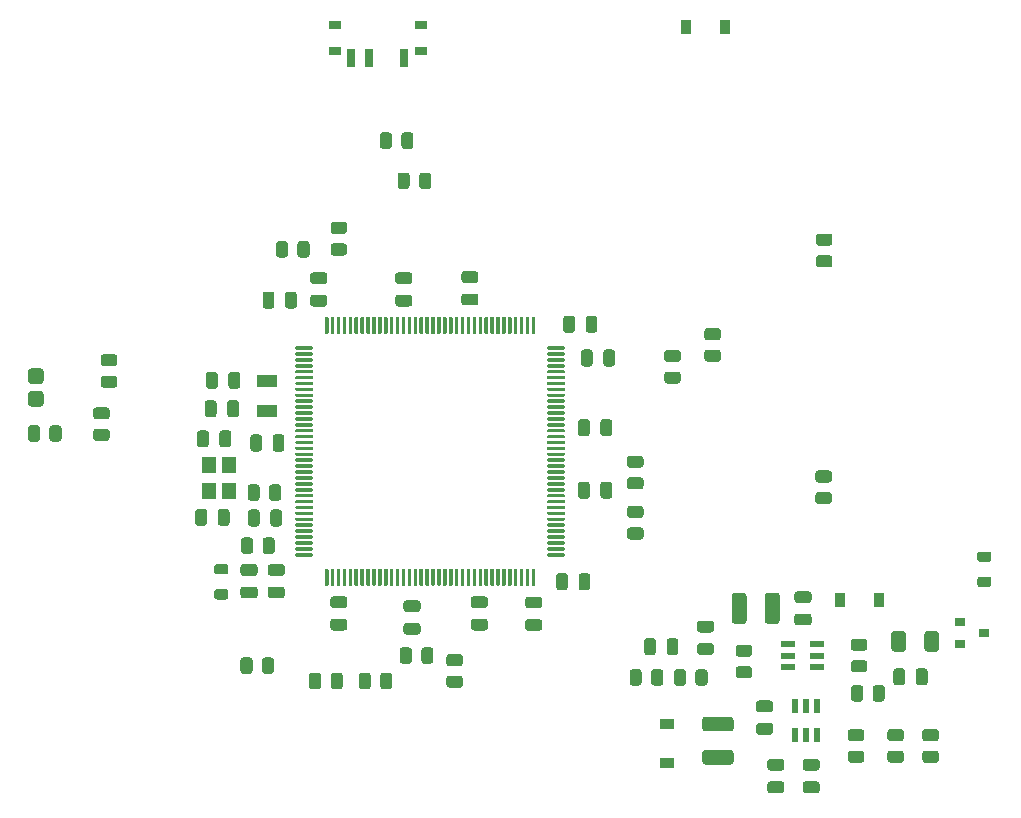
<source format=gbr>
%TF.GenerationSoftware,KiCad,Pcbnew,(5.1.12)-1*%
%TF.CreationDate,2022-03-21T20:12:08+01:00*%
%TF.ProjectId,TelemetryPrimePCB,54656c65-6d65-4747-9279-5072696d6550,rev?*%
%TF.SameCoordinates,Original*%
%TF.FileFunction,Paste,Top*%
%TF.FilePolarity,Positive*%
%FSLAX46Y46*%
G04 Gerber Fmt 4.6, Leading zero omitted, Abs format (unit mm)*
G04 Created by KiCad (PCBNEW (5.1.12)-1) date 2022-03-21 20:12:08*
%MOMM*%
%LPD*%
G01*
G04 APERTURE LIST*
%ADD10R,1.800000X1.000000*%
%ADD11R,0.600000X1.200000*%
%ADD12R,0.900000X1.200000*%
%ADD13R,1.200000X0.900000*%
%ADD14R,1.200000X1.400000*%
%ADD15R,1.200000X0.600000*%
%ADD16R,0.700000X1.500000*%
%ADD17R,1.000000X0.800000*%
%ADD18R,0.900000X0.800000*%
G04 APERTURE END LIST*
D10*
%TO.C,Y2*%
X124600000Y-86750000D03*
X124600000Y-89250000D03*
%TD*%
D11*
%TO.C,U3*%
X169300000Y-116750000D03*
X170250000Y-116750000D03*
X171200000Y-116750000D03*
X171200000Y-114250000D03*
X170250000Y-114250000D03*
X169300000Y-114250000D03*
%TD*%
%TO.C,R34*%
G36*
G01*
X106200000Y-91650001D02*
X106200000Y-90749999D01*
G75*
G02*
X106449999Y-90500000I249999J0D01*
G01*
X106975001Y-90500000D01*
G75*
G02*
X107225000Y-90749999I0J-249999D01*
G01*
X107225000Y-91650001D01*
G75*
G02*
X106975001Y-91900000I-249999J0D01*
G01*
X106449999Y-91900000D01*
G75*
G02*
X106200000Y-91650001I0J249999D01*
G01*
G37*
G36*
G01*
X104375000Y-91650001D02*
X104375000Y-90749999D01*
G75*
G02*
X104624999Y-90500000I249999J0D01*
G01*
X105150001Y-90500000D01*
G75*
G02*
X105400000Y-90749999I0J-249999D01*
G01*
X105400000Y-91650001D01*
G75*
G02*
X105150001Y-91900000I-249999J0D01*
G01*
X104624999Y-91900000D01*
G75*
G02*
X104375000Y-91650001I0J249999D01*
G01*
G37*
%TD*%
%TO.C,R33*%
G36*
G01*
X174075000Y-113650001D02*
X174075000Y-112749999D01*
G75*
G02*
X174324999Y-112500000I249999J0D01*
G01*
X174850001Y-112500000D01*
G75*
G02*
X175100000Y-112749999I0J-249999D01*
G01*
X175100000Y-113650001D01*
G75*
G02*
X174850001Y-113900000I-249999J0D01*
G01*
X174324999Y-113900000D01*
G75*
G02*
X174075000Y-113650001I0J249999D01*
G01*
G37*
G36*
G01*
X175900000Y-113650001D02*
X175900000Y-112749999D01*
G75*
G02*
X176149999Y-112500000I249999J0D01*
G01*
X176675001Y-112500000D01*
G75*
G02*
X176925000Y-112749999I0J-249999D01*
G01*
X176925000Y-113650001D01*
G75*
G02*
X176675001Y-113900000I-249999J0D01*
G01*
X176149999Y-113900000D01*
G75*
G02*
X175900000Y-113650001I0J249999D01*
G01*
G37*
%TD*%
%TO.C,R32*%
G36*
G01*
X181250001Y-117250000D02*
X180349999Y-117250000D01*
G75*
G02*
X180100000Y-117000001I0J249999D01*
G01*
X180100000Y-116474999D01*
G75*
G02*
X180349999Y-116225000I249999J0D01*
G01*
X181250001Y-116225000D01*
G75*
G02*
X181500000Y-116474999I0J-249999D01*
G01*
X181500000Y-117000001D01*
G75*
G02*
X181250001Y-117250000I-249999J0D01*
G01*
G37*
G36*
G01*
X181250001Y-119075000D02*
X180349999Y-119075000D01*
G75*
G02*
X180100000Y-118825001I0J249999D01*
G01*
X180100000Y-118299999D01*
G75*
G02*
X180349999Y-118050000I249999J0D01*
G01*
X181250001Y-118050000D01*
G75*
G02*
X181500000Y-118299999I0J-249999D01*
G01*
X181500000Y-118825001D01*
G75*
G02*
X181250001Y-119075000I-249999J0D01*
G01*
G37*
%TD*%
%TO.C,R31*%
G36*
G01*
X177399999Y-116225000D02*
X178300001Y-116225000D01*
G75*
G02*
X178550000Y-116474999I0J-249999D01*
G01*
X178550000Y-117000001D01*
G75*
G02*
X178300001Y-117250000I-249999J0D01*
G01*
X177399999Y-117250000D01*
G75*
G02*
X177150000Y-117000001I0J249999D01*
G01*
X177150000Y-116474999D01*
G75*
G02*
X177399999Y-116225000I249999J0D01*
G01*
G37*
G36*
G01*
X177399999Y-118050000D02*
X178300001Y-118050000D01*
G75*
G02*
X178550000Y-118299999I0J-249999D01*
G01*
X178550000Y-118825001D01*
G75*
G02*
X178300001Y-119075000I-249999J0D01*
G01*
X177399999Y-119075000D01*
G75*
G02*
X177150000Y-118825001I0J249999D01*
G01*
X177150000Y-118299999D01*
G75*
G02*
X177399999Y-118050000I249999J0D01*
G01*
G37*
%TD*%
%TO.C,R30*%
G36*
G01*
X174950001Y-117250000D02*
X174049999Y-117250000D01*
G75*
G02*
X173800000Y-117000001I0J249999D01*
G01*
X173800000Y-116474999D01*
G75*
G02*
X174049999Y-116225000I249999J0D01*
G01*
X174950001Y-116225000D01*
G75*
G02*
X175200000Y-116474999I0J-249999D01*
G01*
X175200000Y-117000001D01*
G75*
G02*
X174950001Y-117250000I-249999J0D01*
G01*
G37*
G36*
G01*
X174950001Y-119075000D02*
X174049999Y-119075000D01*
G75*
G02*
X173800000Y-118825001I0J249999D01*
G01*
X173800000Y-118299999D01*
G75*
G02*
X174049999Y-118050000I249999J0D01*
G01*
X174950001Y-118050000D01*
G75*
G02*
X175200000Y-118299999I0J-249999D01*
G01*
X175200000Y-118825001D01*
G75*
G02*
X174950001Y-119075000I-249999J0D01*
G01*
G37*
%TD*%
%TO.C,L2*%
G36*
G01*
X161725000Y-115175000D02*
X163875000Y-115175000D01*
G75*
G02*
X164125000Y-115425000I0J-250000D01*
G01*
X164125000Y-116175000D01*
G75*
G02*
X163875000Y-116425000I-250000J0D01*
G01*
X161725000Y-116425000D01*
G75*
G02*
X161475000Y-116175000I0J250000D01*
G01*
X161475000Y-115425000D01*
G75*
G02*
X161725000Y-115175000I250000J0D01*
G01*
G37*
G36*
G01*
X161725000Y-117975000D02*
X163875000Y-117975000D01*
G75*
G02*
X164125000Y-118225000I0J-250000D01*
G01*
X164125000Y-118975000D01*
G75*
G02*
X163875000Y-119225000I-250000J0D01*
G01*
X161725000Y-119225000D01*
G75*
G02*
X161475000Y-118975000I0J250000D01*
G01*
X161475000Y-118225000D01*
G75*
G02*
X161725000Y-117975000I250000J0D01*
G01*
G37*
%TD*%
%TO.C,D4*%
G36*
G01*
X105450000Y-88925000D02*
X104650000Y-88925000D01*
G75*
G02*
X104400000Y-88675000I0J250000D01*
G01*
X104400000Y-87850000D01*
G75*
G02*
X104650000Y-87600000I250000J0D01*
G01*
X105450000Y-87600000D01*
G75*
G02*
X105700000Y-87850000I0J-250000D01*
G01*
X105700000Y-88675000D01*
G75*
G02*
X105450000Y-88925000I-250000J0D01*
G01*
G37*
G36*
G01*
X105450000Y-87000000D02*
X104650000Y-87000000D01*
G75*
G02*
X104400000Y-86750000I0J250000D01*
G01*
X104400000Y-85925000D01*
G75*
G02*
X104650000Y-85675000I250000J0D01*
G01*
X105450000Y-85675000D01*
G75*
G02*
X105700000Y-85925000I0J-250000D01*
G01*
X105700000Y-86750000D01*
G75*
G02*
X105450000Y-87000000I-250000J0D01*
G01*
G37*
%TD*%
D12*
%TO.C,D3*%
X163400000Y-56750000D03*
X160100000Y-56750000D03*
%TD*%
D13*
%TO.C,D2*%
X158500000Y-119100000D03*
X158500000Y-115800000D03*
%TD*%
%TO.C,C30*%
G36*
G01*
X171175000Y-119750000D02*
X170225000Y-119750000D01*
G75*
G02*
X169975000Y-119500000I0J250000D01*
G01*
X169975000Y-119000000D01*
G75*
G02*
X170225000Y-118750000I250000J0D01*
G01*
X171175000Y-118750000D01*
G75*
G02*
X171425000Y-119000000I0J-250000D01*
G01*
X171425000Y-119500000D01*
G75*
G02*
X171175000Y-119750000I-250000J0D01*
G01*
G37*
G36*
G01*
X171175000Y-121650000D02*
X170225000Y-121650000D01*
G75*
G02*
X169975000Y-121400000I0J250000D01*
G01*
X169975000Y-120900000D01*
G75*
G02*
X170225000Y-120650000I250000J0D01*
G01*
X171175000Y-120650000D01*
G75*
G02*
X171425000Y-120900000I0J-250000D01*
G01*
X171425000Y-121400000D01*
G75*
G02*
X171175000Y-121650000I-250000J0D01*
G01*
G37*
%TD*%
%TO.C,C29*%
G36*
G01*
X168175000Y-121650000D02*
X167225000Y-121650000D01*
G75*
G02*
X166975000Y-121400000I0J250000D01*
G01*
X166975000Y-120900000D01*
G75*
G02*
X167225000Y-120650000I250000J0D01*
G01*
X168175000Y-120650000D01*
G75*
G02*
X168425000Y-120900000I0J-250000D01*
G01*
X168425000Y-121400000D01*
G75*
G02*
X168175000Y-121650000I-250000J0D01*
G01*
G37*
G36*
G01*
X168175000Y-119750000D02*
X167225000Y-119750000D01*
G75*
G02*
X166975000Y-119500000I0J250000D01*
G01*
X166975000Y-119000000D01*
G75*
G02*
X167225000Y-118750000I250000J0D01*
G01*
X168175000Y-118750000D01*
G75*
G02*
X168425000Y-119000000I0J-250000D01*
G01*
X168425000Y-119500000D01*
G75*
G02*
X168175000Y-119750000I-250000J0D01*
G01*
G37*
%TD*%
%TO.C,C28*%
G36*
G01*
X166275000Y-115700000D02*
X167225000Y-115700000D01*
G75*
G02*
X167475000Y-115950000I0J-250000D01*
G01*
X167475000Y-116450000D01*
G75*
G02*
X167225000Y-116700000I-250000J0D01*
G01*
X166275000Y-116700000D01*
G75*
G02*
X166025000Y-116450000I0J250000D01*
G01*
X166025000Y-115950000D01*
G75*
G02*
X166275000Y-115700000I250000J0D01*
G01*
G37*
G36*
G01*
X166275000Y-113800000D02*
X167225000Y-113800000D01*
G75*
G02*
X167475000Y-114050000I0J-250000D01*
G01*
X167475000Y-114550000D01*
G75*
G02*
X167225000Y-114800000I-250000J0D01*
G01*
X166275000Y-114800000D01*
G75*
G02*
X166025000Y-114550000I0J250000D01*
G01*
X166025000Y-114050000D01*
G75*
G02*
X166275000Y-113800000I250000J0D01*
G01*
G37*
%TD*%
%TO.C,C27*%
G36*
G01*
X122250000Y-88625000D02*
X122250000Y-89575000D01*
G75*
G02*
X122000000Y-89825000I-250000J0D01*
G01*
X121500000Y-89825000D01*
G75*
G02*
X121250000Y-89575000I0J250000D01*
G01*
X121250000Y-88625000D01*
G75*
G02*
X121500000Y-88375000I250000J0D01*
G01*
X122000000Y-88375000D01*
G75*
G02*
X122250000Y-88625000I0J-250000D01*
G01*
G37*
G36*
G01*
X120350000Y-88625000D02*
X120350000Y-89575000D01*
G75*
G02*
X120100000Y-89825000I-250000J0D01*
G01*
X119600000Y-89825000D01*
G75*
G02*
X119350000Y-89575000I0J250000D01*
G01*
X119350000Y-88625000D01*
G75*
G02*
X119600000Y-88375000I250000J0D01*
G01*
X120100000Y-88375000D01*
G75*
G02*
X120350000Y-88625000I0J-250000D01*
G01*
G37*
%TD*%
%TO.C,C26*%
G36*
G01*
X120450000Y-86225000D02*
X120450000Y-87175000D01*
G75*
G02*
X120200000Y-87425000I-250000J0D01*
G01*
X119700000Y-87425000D01*
G75*
G02*
X119450000Y-87175000I0J250000D01*
G01*
X119450000Y-86225000D01*
G75*
G02*
X119700000Y-85975000I250000J0D01*
G01*
X120200000Y-85975000D01*
G75*
G02*
X120450000Y-86225000I0J-250000D01*
G01*
G37*
G36*
G01*
X122350000Y-86225000D02*
X122350000Y-87175000D01*
G75*
G02*
X122100000Y-87425000I-250000J0D01*
G01*
X121600000Y-87425000D01*
G75*
G02*
X121350000Y-87175000I0J250000D01*
G01*
X121350000Y-86225000D01*
G75*
G02*
X121600000Y-85975000I250000J0D01*
G01*
X122100000Y-85975000D01*
G75*
G02*
X122350000Y-86225000I0J-250000D01*
G01*
G37*
%TD*%
%TO.C,R28*%
G36*
G01*
X122425000Y-101150001D02*
X122425000Y-100249999D01*
G75*
G02*
X122674999Y-100000000I249999J0D01*
G01*
X123200001Y-100000000D01*
G75*
G02*
X123450000Y-100249999I0J-249999D01*
G01*
X123450000Y-101150001D01*
G75*
G02*
X123200001Y-101400000I-249999J0D01*
G01*
X122674999Y-101400000D01*
G75*
G02*
X122425000Y-101150001I0J249999D01*
G01*
G37*
G36*
G01*
X124250000Y-101150001D02*
X124250000Y-100249999D01*
G75*
G02*
X124499999Y-100000000I249999J0D01*
G01*
X125025001Y-100000000D01*
G75*
G02*
X125275000Y-100249999I0J-249999D01*
G01*
X125275000Y-101150001D01*
G75*
G02*
X125025001Y-101400000I-249999J0D01*
G01*
X124499999Y-101400000D01*
G75*
G02*
X124250000Y-101150001I0J249999D01*
G01*
G37*
%TD*%
%TO.C,R22*%
G36*
G01*
X110799999Y-86300000D02*
X111700001Y-86300000D01*
G75*
G02*
X111950000Y-86549999I0J-249999D01*
G01*
X111950000Y-87075001D01*
G75*
G02*
X111700001Y-87325000I-249999J0D01*
G01*
X110799999Y-87325000D01*
G75*
G02*
X110550000Y-87075001I0J249999D01*
G01*
X110550000Y-86549999D01*
G75*
G02*
X110799999Y-86300000I249999J0D01*
G01*
G37*
G36*
G01*
X110799999Y-84475000D02*
X111700001Y-84475000D01*
G75*
G02*
X111950000Y-84724999I0J-249999D01*
G01*
X111950000Y-85250001D01*
G75*
G02*
X111700001Y-85500000I-249999J0D01*
G01*
X110799999Y-85500000D01*
G75*
G02*
X110550000Y-85250001I0J249999D01*
G01*
X110550000Y-84724999D01*
G75*
G02*
X110799999Y-84475000I249999J0D01*
G01*
G37*
%TD*%
%TO.C,R21*%
G36*
G01*
X110149999Y-88975000D02*
X111050001Y-88975000D01*
G75*
G02*
X111300000Y-89224999I0J-249999D01*
G01*
X111300000Y-89750001D01*
G75*
G02*
X111050001Y-90000000I-249999J0D01*
G01*
X110149999Y-90000000D01*
G75*
G02*
X109900000Y-89750001I0J249999D01*
G01*
X109900000Y-89224999D01*
G75*
G02*
X110149999Y-88975000I249999J0D01*
G01*
G37*
G36*
G01*
X110149999Y-90800000D02*
X111050001Y-90800000D01*
G75*
G02*
X111300000Y-91049999I0J-249999D01*
G01*
X111300000Y-91575001D01*
G75*
G02*
X111050001Y-91825000I-249999J0D01*
G01*
X110149999Y-91825000D01*
G75*
G02*
X109900000Y-91575001I0J249999D01*
G01*
X109900000Y-91049999D01*
G75*
G02*
X110149999Y-90800000I249999J0D01*
G01*
G37*
%TD*%
%TO.C,R19*%
G36*
G01*
X161899999Y-82275000D02*
X162800001Y-82275000D01*
G75*
G02*
X163050000Y-82524999I0J-249999D01*
G01*
X163050000Y-83050001D01*
G75*
G02*
X162800001Y-83300000I-249999J0D01*
G01*
X161899999Y-83300000D01*
G75*
G02*
X161650000Y-83050001I0J249999D01*
G01*
X161650000Y-82524999D01*
G75*
G02*
X161899999Y-82275000I249999J0D01*
G01*
G37*
G36*
G01*
X161899999Y-84100000D02*
X162800001Y-84100000D01*
G75*
G02*
X163050000Y-84349999I0J-249999D01*
G01*
X163050000Y-84875001D01*
G75*
G02*
X162800001Y-85125000I-249999J0D01*
G01*
X161899999Y-85125000D01*
G75*
G02*
X161650000Y-84875001I0J249999D01*
G01*
X161650000Y-84349999D01*
G75*
G02*
X161899999Y-84100000I249999J0D01*
G01*
G37*
%TD*%
%TO.C,R18*%
G36*
G01*
X140950001Y-110900000D02*
X140049999Y-110900000D01*
G75*
G02*
X139800000Y-110650001I0J249999D01*
G01*
X139800000Y-110124999D01*
G75*
G02*
X140049999Y-109875000I249999J0D01*
G01*
X140950001Y-109875000D01*
G75*
G02*
X141200000Y-110124999I0J-249999D01*
G01*
X141200000Y-110650001D01*
G75*
G02*
X140950001Y-110900000I-249999J0D01*
G01*
G37*
G36*
G01*
X140950001Y-112725000D02*
X140049999Y-112725000D01*
G75*
G02*
X139800000Y-112475001I0J249999D01*
G01*
X139800000Y-111949999D01*
G75*
G02*
X140049999Y-111700000I249999J0D01*
G01*
X140950001Y-111700000D01*
G75*
G02*
X141200000Y-111949999I0J-249999D01*
G01*
X141200000Y-112475001D01*
G75*
G02*
X140950001Y-112725000I-249999J0D01*
G01*
G37*
%TD*%
%TO.C,R17*%
G36*
G01*
X138712500Y-109549999D02*
X138712500Y-110450001D01*
G75*
G02*
X138462501Y-110700000I-249999J0D01*
G01*
X137937499Y-110700000D01*
G75*
G02*
X137687500Y-110450001I0J249999D01*
G01*
X137687500Y-109549999D01*
G75*
G02*
X137937499Y-109300000I249999J0D01*
G01*
X138462501Y-109300000D01*
G75*
G02*
X138712500Y-109549999I0J-249999D01*
G01*
G37*
G36*
G01*
X136887500Y-109549999D02*
X136887500Y-110450001D01*
G75*
G02*
X136637501Y-110700000I-249999J0D01*
G01*
X136112499Y-110700000D01*
G75*
G02*
X135862500Y-110450001I0J249999D01*
G01*
X135862500Y-109549999D01*
G75*
G02*
X136112499Y-109300000I249999J0D01*
G01*
X136637501Y-109300000D01*
G75*
G02*
X136887500Y-109549999I0J-249999D01*
G01*
G37*
%TD*%
%TO.C,R16*%
G36*
G01*
X136000000Y-66850001D02*
X136000000Y-65949999D01*
G75*
G02*
X136249999Y-65700000I249999J0D01*
G01*
X136775001Y-65700000D01*
G75*
G02*
X137025000Y-65949999I0J-249999D01*
G01*
X137025000Y-66850001D01*
G75*
G02*
X136775001Y-67100000I-249999J0D01*
G01*
X136249999Y-67100000D01*
G75*
G02*
X136000000Y-66850001I0J249999D01*
G01*
G37*
G36*
G01*
X134175000Y-66850001D02*
X134175000Y-65949999D01*
G75*
G02*
X134424999Y-65700000I249999J0D01*
G01*
X134950001Y-65700000D01*
G75*
G02*
X135200000Y-65949999I0J-249999D01*
G01*
X135200000Y-66850001D01*
G75*
G02*
X134950001Y-67100000I-249999J0D01*
G01*
X134424999Y-67100000D01*
G75*
G02*
X134175000Y-66850001I0J249999D01*
G01*
G37*
%TD*%
%TO.C,R15*%
G36*
G01*
X138525000Y-69349999D02*
X138525000Y-70250001D01*
G75*
G02*
X138275001Y-70500000I-249999J0D01*
G01*
X137749999Y-70500000D01*
G75*
G02*
X137500000Y-70250001I0J249999D01*
G01*
X137500000Y-69349999D01*
G75*
G02*
X137749999Y-69100000I249999J0D01*
G01*
X138275001Y-69100000D01*
G75*
G02*
X138525000Y-69349999I0J-249999D01*
G01*
G37*
G36*
G01*
X136700000Y-69349999D02*
X136700000Y-70250001D01*
G75*
G02*
X136450001Y-70500000I-249999J0D01*
G01*
X135924999Y-70500000D01*
G75*
G02*
X135675000Y-70250001I0J249999D01*
G01*
X135675000Y-69349999D01*
G75*
G02*
X135924999Y-69100000I249999J0D01*
G01*
X136450001Y-69100000D01*
G75*
G02*
X136700000Y-69349999I0J-249999D01*
G01*
G37*
%TD*%
%TO.C,R14*%
G36*
G01*
X156350000Y-111399999D02*
X156350000Y-112300001D01*
G75*
G02*
X156100001Y-112550000I-249999J0D01*
G01*
X155574999Y-112550000D01*
G75*
G02*
X155325000Y-112300001I0J249999D01*
G01*
X155325000Y-111399999D01*
G75*
G02*
X155574999Y-111150000I249999J0D01*
G01*
X156100001Y-111150000D01*
G75*
G02*
X156350000Y-111399999I0J-249999D01*
G01*
G37*
G36*
G01*
X158175000Y-111399999D02*
X158175000Y-112300001D01*
G75*
G02*
X157925001Y-112550000I-249999J0D01*
G01*
X157399999Y-112550000D01*
G75*
G02*
X157150000Y-112300001I0J249999D01*
G01*
X157150000Y-111399999D01*
G75*
G02*
X157399999Y-111150000I249999J0D01*
G01*
X157925001Y-111150000D01*
G75*
G02*
X158175000Y-111399999I0J-249999D01*
G01*
G37*
%TD*%
%TO.C,R13*%
G36*
G01*
X161925000Y-111399999D02*
X161925000Y-112300001D01*
G75*
G02*
X161675001Y-112550000I-249999J0D01*
G01*
X161149999Y-112550000D01*
G75*
G02*
X160900000Y-112300001I0J249999D01*
G01*
X160900000Y-111399999D01*
G75*
G02*
X161149999Y-111150000I249999J0D01*
G01*
X161675001Y-111150000D01*
G75*
G02*
X161925000Y-111399999I0J-249999D01*
G01*
G37*
G36*
G01*
X160100000Y-111399999D02*
X160100000Y-112300001D01*
G75*
G02*
X159850001Y-112550000I-249999J0D01*
G01*
X159324999Y-112550000D01*
G75*
G02*
X159075000Y-112300001I0J249999D01*
G01*
X159075000Y-111399999D01*
G75*
G02*
X159324999Y-111150000I249999J0D01*
G01*
X159850001Y-111150000D01*
G75*
G02*
X160100000Y-111399999I0J-249999D01*
G01*
G37*
%TD*%
%TO.C,R12*%
G36*
G01*
X164549999Y-110900000D02*
X165450001Y-110900000D01*
G75*
G02*
X165700000Y-111149999I0J-249999D01*
G01*
X165700000Y-111675001D01*
G75*
G02*
X165450001Y-111925000I-249999J0D01*
G01*
X164549999Y-111925000D01*
G75*
G02*
X164300000Y-111675001I0J249999D01*
G01*
X164300000Y-111149999D01*
G75*
G02*
X164549999Y-110900000I249999J0D01*
G01*
G37*
G36*
G01*
X164549999Y-109075000D02*
X165450001Y-109075000D01*
G75*
G02*
X165700000Y-109324999I0J-249999D01*
G01*
X165700000Y-109850001D01*
G75*
G02*
X165450001Y-110100000I-249999J0D01*
G01*
X164549999Y-110100000D01*
G75*
G02*
X164300000Y-109850001I0J249999D01*
G01*
X164300000Y-109324999D01*
G75*
G02*
X164549999Y-109075000I249999J0D01*
G01*
G37*
%TD*%
%TO.C,R11*%
G36*
G01*
X174299999Y-108575000D02*
X175200001Y-108575000D01*
G75*
G02*
X175450000Y-108824999I0J-249999D01*
G01*
X175450000Y-109350001D01*
G75*
G02*
X175200001Y-109600000I-249999J0D01*
G01*
X174299999Y-109600000D01*
G75*
G02*
X174050000Y-109350001I0J249999D01*
G01*
X174050000Y-108824999D01*
G75*
G02*
X174299999Y-108575000I249999J0D01*
G01*
G37*
G36*
G01*
X174299999Y-110400000D02*
X175200001Y-110400000D01*
G75*
G02*
X175450000Y-110649999I0J-249999D01*
G01*
X175450000Y-111175001D01*
G75*
G02*
X175200001Y-111425000I-249999J0D01*
G01*
X174299999Y-111425000D01*
G75*
G02*
X174050000Y-111175001I0J249999D01*
G01*
X174050000Y-110649999D01*
G75*
G02*
X174299999Y-110400000I249999J0D01*
G01*
G37*
%TD*%
%TO.C,R10*%
G36*
G01*
X171299999Y-94325000D02*
X172200001Y-94325000D01*
G75*
G02*
X172450000Y-94574999I0J-249999D01*
G01*
X172450000Y-95100001D01*
G75*
G02*
X172200001Y-95350000I-249999J0D01*
G01*
X171299999Y-95350000D01*
G75*
G02*
X171050000Y-95100001I0J249999D01*
G01*
X171050000Y-94574999D01*
G75*
G02*
X171299999Y-94325000I249999J0D01*
G01*
G37*
G36*
G01*
X171299999Y-96150000D02*
X172200001Y-96150000D01*
G75*
G02*
X172450000Y-96399999I0J-249999D01*
G01*
X172450000Y-96925001D01*
G75*
G02*
X172200001Y-97175000I-249999J0D01*
G01*
X171299999Y-97175000D01*
G75*
G02*
X171050000Y-96925001I0J249999D01*
G01*
X171050000Y-96399999D01*
G75*
G02*
X171299999Y-96150000I249999J0D01*
G01*
G37*
%TD*%
%TO.C,R9*%
G36*
G01*
X171349999Y-74275000D02*
X172250001Y-74275000D01*
G75*
G02*
X172500000Y-74524999I0J-249999D01*
G01*
X172500000Y-75050001D01*
G75*
G02*
X172250001Y-75300000I-249999J0D01*
G01*
X171349999Y-75300000D01*
G75*
G02*
X171100000Y-75050001I0J249999D01*
G01*
X171100000Y-74524999D01*
G75*
G02*
X171349999Y-74275000I249999J0D01*
G01*
G37*
G36*
G01*
X171349999Y-76100000D02*
X172250001Y-76100000D01*
G75*
G02*
X172500000Y-76349999I0J-249999D01*
G01*
X172500000Y-76875001D01*
G75*
G02*
X172250001Y-77125000I-249999J0D01*
G01*
X171349999Y-77125000D01*
G75*
G02*
X171100000Y-76875001I0J249999D01*
G01*
X171100000Y-76349999D01*
G75*
G02*
X171349999Y-76100000I249999J0D01*
G01*
G37*
%TD*%
%TO.C,R8*%
G36*
G01*
X155349999Y-99150000D02*
X156250001Y-99150000D01*
G75*
G02*
X156500000Y-99399999I0J-249999D01*
G01*
X156500000Y-99925001D01*
G75*
G02*
X156250001Y-100175000I-249999J0D01*
G01*
X155349999Y-100175000D01*
G75*
G02*
X155100000Y-99925001I0J249999D01*
G01*
X155100000Y-99399999D01*
G75*
G02*
X155349999Y-99150000I249999J0D01*
G01*
G37*
G36*
G01*
X155349999Y-97325000D02*
X156250001Y-97325000D01*
G75*
G02*
X156500000Y-97574999I0J-249999D01*
G01*
X156500000Y-98100001D01*
G75*
G02*
X156250001Y-98350000I-249999J0D01*
G01*
X155349999Y-98350000D01*
G75*
G02*
X155100000Y-98100001I0J249999D01*
G01*
X155100000Y-97574999D01*
G75*
G02*
X155349999Y-97325000I249999J0D01*
G01*
G37*
%TD*%
%TO.C,R7*%
G36*
G01*
X156250001Y-95925000D02*
X155349999Y-95925000D01*
G75*
G02*
X155100000Y-95675001I0J249999D01*
G01*
X155100000Y-95149999D01*
G75*
G02*
X155349999Y-94900000I249999J0D01*
G01*
X156250001Y-94900000D01*
G75*
G02*
X156500000Y-95149999I0J-249999D01*
G01*
X156500000Y-95675001D01*
G75*
G02*
X156250001Y-95925000I-249999J0D01*
G01*
G37*
G36*
G01*
X156250001Y-94100000D02*
X155349999Y-94100000D01*
G75*
G02*
X155100000Y-93850001I0J249999D01*
G01*
X155100000Y-93324999D01*
G75*
G02*
X155349999Y-93075000I249999J0D01*
G01*
X156250001Y-93075000D01*
G75*
G02*
X156500000Y-93324999I0J-249999D01*
G01*
X156500000Y-93850001D01*
G75*
G02*
X156250001Y-94100000I-249999J0D01*
G01*
G37*
%TD*%
%TO.C,R6*%
G36*
G01*
X131025000Y-111699999D02*
X131025000Y-112600001D01*
G75*
G02*
X130775001Y-112850000I-249999J0D01*
G01*
X130249999Y-112850000D01*
G75*
G02*
X130000000Y-112600001I0J249999D01*
G01*
X130000000Y-111699999D01*
G75*
G02*
X130249999Y-111450000I249999J0D01*
G01*
X130775001Y-111450000D01*
G75*
G02*
X131025000Y-111699999I0J-249999D01*
G01*
G37*
G36*
G01*
X129200000Y-111699999D02*
X129200000Y-112600001D01*
G75*
G02*
X128950001Y-112850000I-249999J0D01*
G01*
X128424999Y-112850000D01*
G75*
G02*
X128175000Y-112600001I0J249999D01*
G01*
X128175000Y-111699999D01*
G75*
G02*
X128424999Y-111450000I249999J0D01*
G01*
X128950001Y-111450000D01*
G75*
G02*
X129200000Y-111699999I0J-249999D01*
G01*
G37*
%TD*%
%TO.C,R5*%
G36*
G01*
X135225000Y-111699999D02*
X135225000Y-112600001D01*
G75*
G02*
X134975001Y-112850000I-249999J0D01*
G01*
X134449999Y-112850000D01*
G75*
G02*
X134200000Y-112600001I0J249999D01*
G01*
X134200000Y-111699999D01*
G75*
G02*
X134449999Y-111450000I249999J0D01*
G01*
X134975001Y-111450000D01*
G75*
G02*
X135225000Y-111699999I0J-249999D01*
G01*
G37*
G36*
G01*
X133400000Y-111699999D02*
X133400000Y-112600001D01*
G75*
G02*
X133150001Y-112850000I-249999J0D01*
G01*
X132624999Y-112850000D01*
G75*
G02*
X132375000Y-112600001I0J249999D01*
G01*
X132375000Y-111699999D01*
G75*
G02*
X132624999Y-111450000I249999J0D01*
G01*
X133150001Y-111450000D01*
G75*
G02*
X133400000Y-111699999I0J-249999D01*
G01*
G37*
%TD*%
%TO.C,R4*%
G36*
G01*
X125825000Y-95749999D02*
X125825000Y-96650001D01*
G75*
G02*
X125575001Y-96900000I-249999J0D01*
G01*
X125049999Y-96900000D01*
G75*
G02*
X124800000Y-96650001I0J249999D01*
G01*
X124800000Y-95749999D01*
G75*
G02*
X125049999Y-95500000I249999J0D01*
G01*
X125575001Y-95500000D01*
G75*
G02*
X125825000Y-95749999I0J-249999D01*
G01*
G37*
G36*
G01*
X124000000Y-95749999D02*
X124000000Y-96650001D01*
G75*
G02*
X123750001Y-96900000I-249999J0D01*
G01*
X123224999Y-96900000D01*
G75*
G02*
X122975000Y-96650001I0J249999D01*
G01*
X122975000Y-95749999D01*
G75*
G02*
X123224999Y-95500000I249999J0D01*
G01*
X123750001Y-95500000D01*
G75*
G02*
X124000000Y-95749999I0J-249999D01*
G01*
G37*
%TD*%
%TO.C,R3*%
G36*
G01*
X130249999Y-75100000D02*
X131150001Y-75100000D01*
G75*
G02*
X131400000Y-75349999I0J-249999D01*
G01*
X131400000Y-75875001D01*
G75*
G02*
X131150001Y-76125000I-249999J0D01*
G01*
X130249999Y-76125000D01*
G75*
G02*
X130000000Y-75875001I0J249999D01*
G01*
X130000000Y-75349999D01*
G75*
G02*
X130249999Y-75100000I249999J0D01*
G01*
G37*
G36*
G01*
X130249999Y-73275000D02*
X131150001Y-73275000D01*
G75*
G02*
X131400000Y-73524999I0J-249999D01*
G01*
X131400000Y-74050001D01*
G75*
G02*
X131150001Y-74300000I-249999J0D01*
G01*
X130249999Y-74300000D01*
G75*
G02*
X130000000Y-74050001I0J249999D01*
G01*
X130000000Y-73524999D01*
G75*
G02*
X130249999Y-73275000I249999J0D01*
G01*
G37*
%TD*%
%TO.C,R2*%
G36*
G01*
X125375000Y-76050001D02*
X125375000Y-75149999D01*
G75*
G02*
X125624999Y-74900000I249999J0D01*
G01*
X126150001Y-74900000D01*
G75*
G02*
X126400000Y-75149999I0J-249999D01*
G01*
X126400000Y-76050001D01*
G75*
G02*
X126150001Y-76300000I-249999J0D01*
G01*
X125624999Y-76300000D01*
G75*
G02*
X125375000Y-76050001I0J249999D01*
G01*
G37*
G36*
G01*
X127200000Y-76050001D02*
X127200000Y-75149999D01*
G75*
G02*
X127449999Y-74900000I249999J0D01*
G01*
X127975001Y-74900000D01*
G75*
G02*
X128225000Y-75149999I0J-249999D01*
G01*
X128225000Y-76050001D01*
G75*
G02*
X127975001Y-76300000I-249999J0D01*
G01*
X127449999Y-76300000D01*
G75*
G02*
X127200000Y-76050001I0J249999D01*
G01*
G37*
%TD*%
%TO.C,R1*%
G36*
G01*
X123400000Y-110399999D02*
X123400000Y-111300001D01*
G75*
G02*
X123150001Y-111550000I-249999J0D01*
G01*
X122624999Y-111550000D01*
G75*
G02*
X122375000Y-111300001I0J249999D01*
G01*
X122375000Y-110399999D01*
G75*
G02*
X122624999Y-110150000I249999J0D01*
G01*
X123150001Y-110150000D01*
G75*
G02*
X123400000Y-110399999I0J-249999D01*
G01*
G37*
G36*
G01*
X125225000Y-110399999D02*
X125225000Y-111300001D01*
G75*
G02*
X124975001Y-111550000I-249999J0D01*
G01*
X124449999Y-111550000D01*
G75*
G02*
X124200000Y-111300001I0J249999D01*
G01*
X124200000Y-110399999D01*
G75*
G02*
X124449999Y-110150000I249999J0D01*
G01*
X124975001Y-110150000D01*
G75*
G02*
X125225000Y-110399999I0J-249999D01*
G01*
G37*
%TD*%
%TO.C,C24*%
G36*
G01*
X156550000Y-109725000D02*
X156550000Y-108775000D01*
G75*
G02*
X156800000Y-108525000I250000J0D01*
G01*
X157300000Y-108525000D01*
G75*
G02*
X157550000Y-108775000I0J-250000D01*
G01*
X157550000Y-109725000D01*
G75*
G02*
X157300000Y-109975000I-250000J0D01*
G01*
X156800000Y-109975000D01*
G75*
G02*
X156550000Y-109725000I0J250000D01*
G01*
G37*
G36*
G01*
X158450000Y-109725000D02*
X158450000Y-108775000D01*
G75*
G02*
X158700000Y-108525000I250000J0D01*
G01*
X159200000Y-108525000D01*
G75*
G02*
X159450000Y-108775000I0J-250000D01*
G01*
X159450000Y-109725000D01*
G75*
G02*
X159200000Y-109975000I-250000J0D01*
G01*
X158700000Y-109975000D01*
G75*
G02*
X158450000Y-109725000I0J250000D01*
G01*
G37*
%TD*%
%TO.C,C23*%
G36*
G01*
X169525000Y-106450000D02*
X170475000Y-106450000D01*
G75*
G02*
X170725000Y-106700000I0J-250000D01*
G01*
X170725000Y-107200000D01*
G75*
G02*
X170475000Y-107450000I-250000J0D01*
G01*
X169525000Y-107450000D01*
G75*
G02*
X169275000Y-107200000I0J250000D01*
G01*
X169275000Y-106700000D01*
G75*
G02*
X169525000Y-106450000I250000J0D01*
G01*
G37*
G36*
G01*
X169525000Y-104550000D02*
X170475000Y-104550000D01*
G75*
G02*
X170725000Y-104800000I0J-250000D01*
G01*
X170725000Y-105300000D01*
G75*
G02*
X170475000Y-105550000I-250000J0D01*
G01*
X169525000Y-105550000D01*
G75*
G02*
X169275000Y-105300000I0J250000D01*
G01*
X169275000Y-104800000D01*
G75*
G02*
X169525000Y-104550000I250000J0D01*
G01*
G37*
%TD*%
%TO.C,C22*%
G36*
G01*
X179550000Y-112275000D02*
X179550000Y-111325000D01*
G75*
G02*
X179800000Y-111075000I250000J0D01*
G01*
X180300000Y-111075000D01*
G75*
G02*
X180550000Y-111325000I0J-250000D01*
G01*
X180550000Y-112275000D01*
G75*
G02*
X180300000Y-112525000I-250000J0D01*
G01*
X179800000Y-112525000D01*
G75*
G02*
X179550000Y-112275000I0J250000D01*
G01*
G37*
G36*
G01*
X177650000Y-112275000D02*
X177650000Y-111325000D01*
G75*
G02*
X177900000Y-111075000I250000J0D01*
G01*
X178400000Y-111075000D01*
G75*
G02*
X178650000Y-111325000I0J-250000D01*
G01*
X178650000Y-112275000D01*
G75*
G02*
X178400000Y-112525000I-250000J0D01*
G01*
X177900000Y-112525000D01*
G75*
G02*
X177650000Y-112275000I0J250000D01*
G01*
G37*
%TD*%
%TO.C,C21*%
G36*
G01*
X153100000Y-85275000D02*
X153100000Y-84325000D01*
G75*
G02*
X153350000Y-84075000I250000J0D01*
G01*
X153850000Y-84075000D01*
G75*
G02*
X154100000Y-84325000I0J-250000D01*
G01*
X154100000Y-85275000D01*
G75*
G02*
X153850000Y-85525000I-250000J0D01*
G01*
X153350000Y-85525000D01*
G75*
G02*
X153100000Y-85275000I0J250000D01*
G01*
G37*
G36*
G01*
X151200000Y-85275000D02*
X151200000Y-84325000D01*
G75*
G02*
X151450000Y-84075000I250000J0D01*
G01*
X151950000Y-84075000D01*
G75*
G02*
X152200000Y-84325000I0J-250000D01*
G01*
X152200000Y-85275000D01*
G75*
G02*
X151950000Y-85525000I-250000J0D01*
G01*
X151450000Y-85525000D01*
G75*
G02*
X151200000Y-85275000I0J250000D01*
G01*
G37*
%TD*%
%TO.C,C20*%
G36*
G01*
X146725000Y-106900000D02*
X147675000Y-106900000D01*
G75*
G02*
X147925000Y-107150000I0J-250000D01*
G01*
X147925000Y-107650000D01*
G75*
G02*
X147675000Y-107900000I-250000J0D01*
G01*
X146725000Y-107900000D01*
G75*
G02*
X146475000Y-107650000I0J250000D01*
G01*
X146475000Y-107150000D01*
G75*
G02*
X146725000Y-106900000I250000J0D01*
G01*
G37*
G36*
G01*
X146725000Y-105000000D02*
X147675000Y-105000000D01*
G75*
G02*
X147925000Y-105250000I0J-250000D01*
G01*
X147925000Y-105750000D01*
G75*
G02*
X147675000Y-106000000I-250000J0D01*
G01*
X146725000Y-106000000D01*
G75*
G02*
X146475000Y-105750000I0J250000D01*
G01*
X146475000Y-105250000D01*
G75*
G02*
X146725000Y-105000000I250000J0D01*
G01*
G37*
%TD*%
%TO.C,C19*%
G36*
G01*
X119550000Y-97825000D02*
X119550000Y-98775000D01*
G75*
G02*
X119300000Y-99025000I-250000J0D01*
G01*
X118800000Y-99025000D01*
G75*
G02*
X118550000Y-98775000I0J250000D01*
G01*
X118550000Y-97825000D01*
G75*
G02*
X118800000Y-97575000I250000J0D01*
G01*
X119300000Y-97575000D01*
G75*
G02*
X119550000Y-97825000I0J-250000D01*
G01*
G37*
G36*
G01*
X121450000Y-97825000D02*
X121450000Y-98775000D01*
G75*
G02*
X121200000Y-99025000I-250000J0D01*
G01*
X120700000Y-99025000D01*
G75*
G02*
X120450000Y-98775000I0J250000D01*
G01*
X120450000Y-97825000D01*
G75*
G02*
X120700000Y-97575000I250000J0D01*
G01*
X121200000Y-97575000D01*
G75*
G02*
X121450000Y-97825000I0J-250000D01*
G01*
G37*
%TD*%
%TO.C,C18*%
G36*
G01*
X120600000Y-92125000D02*
X120600000Y-91175000D01*
G75*
G02*
X120850000Y-90925000I250000J0D01*
G01*
X121350000Y-90925000D01*
G75*
G02*
X121600000Y-91175000I0J-250000D01*
G01*
X121600000Y-92125000D01*
G75*
G02*
X121350000Y-92375000I-250000J0D01*
G01*
X120850000Y-92375000D01*
G75*
G02*
X120600000Y-92125000I0J250000D01*
G01*
G37*
G36*
G01*
X118700000Y-92125000D02*
X118700000Y-91175000D01*
G75*
G02*
X118950000Y-90925000I250000J0D01*
G01*
X119450000Y-90925000D01*
G75*
G02*
X119700000Y-91175000I0J-250000D01*
G01*
X119700000Y-92125000D01*
G75*
G02*
X119450000Y-92375000I-250000J0D01*
G01*
X118950000Y-92375000D01*
G75*
G02*
X118700000Y-92125000I0J250000D01*
G01*
G37*
%TD*%
%TO.C,C16*%
G36*
G01*
X122625000Y-102250000D02*
X123575000Y-102250000D01*
G75*
G02*
X123825000Y-102500000I0J-250000D01*
G01*
X123825000Y-103000000D01*
G75*
G02*
X123575000Y-103250000I-250000J0D01*
G01*
X122625000Y-103250000D01*
G75*
G02*
X122375000Y-103000000I0J250000D01*
G01*
X122375000Y-102500000D01*
G75*
G02*
X122625000Y-102250000I250000J0D01*
G01*
G37*
G36*
G01*
X122625000Y-104150000D02*
X123575000Y-104150000D01*
G75*
G02*
X123825000Y-104400000I0J-250000D01*
G01*
X123825000Y-104900000D01*
G75*
G02*
X123575000Y-105150000I-250000J0D01*
G01*
X122625000Y-105150000D01*
G75*
G02*
X122375000Y-104900000I0J250000D01*
G01*
X122375000Y-104400000D01*
G75*
G02*
X122625000Y-104150000I250000J0D01*
G01*
G37*
%TD*%
%TO.C,C15*%
G36*
G01*
X124925000Y-104150000D02*
X125875000Y-104150000D01*
G75*
G02*
X126125000Y-104400000I0J-250000D01*
G01*
X126125000Y-104900000D01*
G75*
G02*
X125875000Y-105150000I-250000J0D01*
G01*
X124925000Y-105150000D01*
G75*
G02*
X124675000Y-104900000I0J250000D01*
G01*
X124675000Y-104400000D01*
G75*
G02*
X124925000Y-104150000I250000J0D01*
G01*
G37*
G36*
G01*
X124925000Y-102250000D02*
X125875000Y-102250000D01*
G75*
G02*
X126125000Y-102500000I0J-250000D01*
G01*
X126125000Y-103000000D01*
G75*
G02*
X125875000Y-103250000I-250000J0D01*
G01*
X124925000Y-103250000D01*
G75*
G02*
X124675000Y-103000000I0J250000D01*
G01*
X124675000Y-102500000D01*
G75*
G02*
X124925000Y-102250000I250000J0D01*
G01*
G37*
%TD*%
%TO.C,C14*%
G36*
G01*
X150950000Y-91175000D02*
X150950000Y-90225000D01*
G75*
G02*
X151200000Y-89975000I250000J0D01*
G01*
X151700000Y-89975000D01*
G75*
G02*
X151950000Y-90225000I0J-250000D01*
G01*
X151950000Y-91175000D01*
G75*
G02*
X151700000Y-91425000I-250000J0D01*
G01*
X151200000Y-91425000D01*
G75*
G02*
X150950000Y-91175000I0J250000D01*
G01*
G37*
G36*
G01*
X152850000Y-91175000D02*
X152850000Y-90225000D01*
G75*
G02*
X153100000Y-89975000I250000J0D01*
G01*
X153600000Y-89975000D01*
G75*
G02*
X153850000Y-90225000I0J-250000D01*
G01*
X153850000Y-91175000D01*
G75*
G02*
X153600000Y-91425000I-250000J0D01*
G01*
X153100000Y-91425000D01*
G75*
G02*
X152850000Y-91175000I0J250000D01*
G01*
G37*
%TD*%
%TO.C,C13*%
G36*
G01*
X142275000Y-80350000D02*
X141325000Y-80350000D01*
G75*
G02*
X141075000Y-80100000I0J250000D01*
G01*
X141075000Y-79600000D01*
G75*
G02*
X141325000Y-79350000I250000J0D01*
G01*
X142275000Y-79350000D01*
G75*
G02*
X142525000Y-79600000I0J-250000D01*
G01*
X142525000Y-80100000D01*
G75*
G02*
X142275000Y-80350000I-250000J0D01*
G01*
G37*
G36*
G01*
X142275000Y-78450000D02*
X141325000Y-78450000D01*
G75*
G02*
X141075000Y-78200000I0J250000D01*
G01*
X141075000Y-77700000D01*
G75*
G02*
X141325000Y-77450000I250000J0D01*
G01*
X142275000Y-77450000D01*
G75*
G02*
X142525000Y-77700000I0J-250000D01*
G01*
X142525000Y-78200000D01*
G75*
G02*
X142275000Y-78450000I-250000J0D01*
G01*
G37*
%TD*%
%TO.C,C12*%
G36*
G01*
X129475000Y-78550000D02*
X128525000Y-78550000D01*
G75*
G02*
X128275000Y-78300000I0J250000D01*
G01*
X128275000Y-77800000D01*
G75*
G02*
X128525000Y-77550000I250000J0D01*
G01*
X129475000Y-77550000D01*
G75*
G02*
X129725000Y-77800000I0J-250000D01*
G01*
X129725000Y-78300000D01*
G75*
G02*
X129475000Y-78550000I-250000J0D01*
G01*
G37*
G36*
G01*
X129475000Y-80450000D02*
X128525000Y-80450000D01*
G75*
G02*
X128275000Y-80200000I0J250000D01*
G01*
X128275000Y-79700000D01*
G75*
G02*
X128525000Y-79450000I250000J0D01*
G01*
X129475000Y-79450000D01*
G75*
G02*
X129725000Y-79700000I0J-250000D01*
G01*
X129725000Y-80200000D01*
G75*
G02*
X129475000Y-80450000I-250000J0D01*
G01*
G37*
%TD*%
%TO.C,C11*%
G36*
G01*
X136675000Y-80444000D02*
X135725000Y-80444000D01*
G75*
G02*
X135475000Y-80194000I0J250000D01*
G01*
X135475000Y-79694000D01*
G75*
G02*
X135725000Y-79444000I250000J0D01*
G01*
X136675000Y-79444000D01*
G75*
G02*
X136925000Y-79694000I0J-250000D01*
G01*
X136925000Y-80194000D01*
G75*
G02*
X136675000Y-80444000I-250000J0D01*
G01*
G37*
G36*
G01*
X136675000Y-78544000D02*
X135725000Y-78544000D01*
G75*
G02*
X135475000Y-78294000I0J250000D01*
G01*
X135475000Y-77794000D01*
G75*
G02*
X135725000Y-77544000I250000J0D01*
G01*
X136675000Y-77544000D01*
G75*
G02*
X136925000Y-77794000I0J-250000D01*
G01*
X136925000Y-78294000D01*
G75*
G02*
X136675000Y-78544000I-250000J0D01*
G01*
G37*
%TD*%
%TO.C,C10*%
G36*
G01*
X149700000Y-82425000D02*
X149700000Y-81475000D01*
G75*
G02*
X149950000Y-81225000I250000J0D01*
G01*
X150450000Y-81225000D01*
G75*
G02*
X150700000Y-81475000I0J-250000D01*
G01*
X150700000Y-82425000D01*
G75*
G02*
X150450000Y-82675000I-250000J0D01*
G01*
X149950000Y-82675000D01*
G75*
G02*
X149700000Y-82425000I0J250000D01*
G01*
G37*
G36*
G01*
X151600000Y-82425000D02*
X151600000Y-81475000D01*
G75*
G02*
X151850000Y-81225000I250000J0D01*
G01*
X152350000Y-81225000D01*
G75*
G02*
X152600000Y-81475000I0J-250000D01*
G01*
X152600000Y-82425000D01*
G75*
G02*
X152350000Y-82675000I-250000J0D01*
G01*
X151850000Y-82675000D01*
G75*
G02*
X151600000Y-82425000I0J250000D01*
G01*
G37*
%TD*%
%TO.C,C9*%
G36*
G01*
X152850000Y-96475000D02*
X152850000Y-95525000D01*
G75*
G02*
X153100000Y-95275000I250000J0D01*
G01*
X153600000Y-95275000D01*
G75*
G02*
X153850000Y-95525000I0J-250000D01*
G01*
X153850000Y-96475000D01*
G75*
G02*
X153600000Y-96725000I-250000J0D01*
G01*
X153100000Y-96725000D01*
G75*
G02*
X152850000Y-96475000I0J250000D01*
G01*
G37*
G36*
G01*
X150950000Y-96475000D02*
X150950000Y-95525000D01*
G75*
G02*
X151200000Y-95275000I250000J0D01*
G01*
X151700000Y-95275000D01*
G75*
G02*
X151950000Y-95525000I0J-250000D01*
G01*
X151950000Y-96475000D01*
G75*
G02*
X151700000Y-96725000I-250000J0D01*
G01*
X151200000Y-96725000D01*
G75*
G02*
X150950000Y-96475000I0J250000D01*
G01*
G37*
%TD*%
%TO.C,C8*%
G36*
G01*
X151000000Y-104225000D02*
X151000000Y-103275000D01*
G75*
G02*
X151250000Y-103025000I250000J0D01*
G01*
X151750000Y-103025000D01*
G75*
G02*
X152000000Y-103275000I0J-250000D01*
G01*
X152000000Y-104225000D01*
G75*
G02*
X151750000Y-104475000I-250000J0D01*
G01*
X151250000Y-104475000D01*
G75*
G02*
X151000000Y-104225000I0J250000D01*
G01*
G37*
G36*
G01*
X149100000Y-104225000D02*
X149100000Y-103275000D01*
G75*
G02*
X149350000Y-103025000I250000J0D01*
G01*
X149850000Y-103025000D01*
G75*
G02*
X150100000Y-103275000I0J-250000D01*
G01*
X150100000Y-104225000D01*
G75*
G02*
X149850000Y-104475000I-250000J0D01*
G01*
X149350000Y-104475000D01*
G75*
G02*
X149100000Y-104225000I0J250000D01*
G01*
G37*
%TD*%
%TO.C,C7*%
G36*
G01*
X142125000Y-106876000D02*
X143075000Y-106876000D01*
G75*
G02*
X143325000Y-107126000I0J-250000D01*
G01*
X143325000Y-107626000D01*
G75*
G02*
X143075000Y-107876000I-250000J0D01*
G01*
X142125000Y-107876000D01*
G75*
G02*
X141875000Y-107626000I0J250000D01*
G01*
X141875000Y-107126000D01*
G75*
G02*
X142125000Y-106876000I250000J0D01*
G01*
G37*
G36*
G01*
X142125000Y-104976000D02*
X143075000Y-104976000D01*
G75*
G02*
X143325000Y-105226000I0J-250000D01*
G01*
X143325000Y-105726000D01*
G75*
G02*
X143075000Y-105976000I-250000J0D01*
G01*
X142125000Y-105976000D01*
G75*
G02*
X141875000Y-105726000I0J250000D01*
G01*
X141875000Y-105226000D01*
G75*
G02*
X142125000Y-104976000I250000J0D01*
G01*
G37*
%TD*%
%TO.C,C6*%
G36*
G01*
X136425000Y-105326000D02*
X137375000Y-105326000D01*
G75*
G02*
X137625000Y-105576000I0J-250000D01*
G01*
X137625000Y-106076000D01*
G75*
G02*
X137375000Y-106326000I-250000J0D01*
G01*
X136425000Y-106326000D01*
G75*
G02*
X136175000Y-106076000I0J250000D01*
G01*
X136175000Y-105576000D01*
G75*
G02*
X136425000Y-105326000I250000J0D01*
G01*
G37*
G36*
G01*
X136425000Y-107226000D02*
X137375000Y-107226000D01*
G75*
G02*
X137625000Y-107476000I0J-250000D01*
G01*
X137625000Y-107976000D01*
G75*
G02*
X137375000Y-108226000I-250000J0D01*
G01*
X136425000Y-108226000D01*
G75*
G02*
X136175000Y-107976000I0J250000D01*
G01*
X136175000Y-107476000D01*
G75*
G02*
X136425000Y-107226000I250000J0D01*
G01*
G37*
%TD*%
%TO.C,C5*%
G36*
G01*
X130225000Y-104976000D02*
X131175000Y-104976000D01*
G75*
G02*
X131425000Y-105226000I0J-250000D01*
G01*
X131425000Y-105726000D01*
G75*
G02*
X131175000Y-105976000I-250000J0D01*
G01*
X130225000Y-105976000D01*
G75*
G02*
X129975000Y-105726000I0J250000D01*
G01*
X129975000Y-105226000D01*
G75*
G02*
X130225000Y-104976000I250000J0D01*
G01*
G37*
G36*
G01*
X130225000Y-106876000D02*
X131175000Y-106876000D01*
G75*
G02*
X131425000Y-107126000I0J-250000D01*
G01*
X131425000Y-107626000D01*
G75*
G02*
X131175000Y-107876000I-250000J0D01*
G01*
X130225000Y-107876000D01*
G75*
G02*
X129975000Y-107626000I0J250000D01*
G01*
X129975000Y-107126000D01*
G75*
G02*
X130225000Y-106876000I250000J0D01*
G01*
G37*
%TD*%
%TO.C,C4*%
G36*
G01*
X125900000Y-97875000D02*
X125900000Y-98825000D01*
G75*
G02*
X125650000Y-99075000I-250000J0D01*
G01*
X125150000Y-99075000D01*
G75*
G02*
X124900000Y-98825000I0J250000D01*
G01*
X124900000Y-97875000D01*
G75*
G02*
X125150000Y-97625000I250000J0D01*
G01*
X125650000Y-97625000D01*
G75*
G02*
X125900000Y-97875000I0J-250000D01*
G01*
G37*
G36*
G01*
X124000000Y-97875000D02*
X124000000Y-98825000D01*
G75*
G02*
X123750000Y-99075000I-250000J0D01*
G01*
X123250000Y-99075000D01*
G75*
G02*
X123000000Y-98825000I0J250000D01*
G01*
X123000000Y-97875000D01*
G75*
G02*
X123250000Y-97625000I250000J0D01*
G01*
X123750000Y-97625000D01*
G75*
G02*
X124000000Y-97875000I0J-250000D01*
G01*
G37*
%TD*%
%TO.C,C3*%
G36*
G01*
X124200000Y-91525000D02*
X124200000Y-92475000D01*
G75*
G02*
X123950000Y-92725000I-250000J0D01*
G01*
X123450000Y-92725000D01*
G75*
G02*
X123200000Y-92475000I0J250000D01*
G01*
X123200000Y-91525000D01*
G75*
G02*
X123450000Y-91275000I250000J0D01*
G01*
X123950000Y-91275000D01*
G75*
G02*
X124200000Y-91525000I0J-250000D01*
G01*
G37*
G36*
G01*
X126100000Y-91525000D02*
X126100000Y-92475000D01*
G75*
G02*
X125850000Y-92725000I-250000J0D01*
G01*
X125350000Y-92725000D01*
G75*
G02*
X125100000Y-92475000I0J250000D01*
G01*
X125100000Y-91525000D01*
G75*
G02*
X125350000Y-91275000I250000J0D01*
G01*
X125850000Y-91275000D01*
G75*
G02*
X126100000Y-91525000I0J-250000D01*
G01*
G37*
%TD*%
%TO.C,C1*%
G36*
G01*
X127150000Y-79425000D02*
X127150000Y-80375000D01*
G75*
G02*
X126900000Y-80625000I-250000J0D01*
G01*
X126400000Y-80625000D01*
G75*
G02*
X126150000Y-80375000I0J250000D01*
G01*
X126150000Y-79425000D01*
G75*
G02*
X126400000Y-79175000I250000J0D01*
G01*
X126900000Y-79175000D01*
G75*
G02*
X127150000Y-79425000I0J-250000D01*
G01*
G37*
G36*
G01*
X125250000Y-79425000D02*
X125250000Y-80375000D01*
G75*
G02*
X125000000Y-80625000I-250000J0D01*
G01*
X124500000Y-80625000D01*
G75*
G02*
X124250000Y-80375000I0J250000D01*
G01*
X124250000Y-79425000D01*
G75*
G02*
X124500000Y-79175000I250000J0D01*
G01*
X125000000Y-79175000D01*
G75*
G02*
X125250000Y-79425000I0J-250000D01*
G01*
G37*
%TD*%
D14*
%TO.C,Y1*%
X119724000Y-93842000D03*
X119724000Y-96042000D03*
X121424000Y-96042000D03*
X121424000Y-93842000D03*
%TD*%
D15*
%TO.C,U2*%
X168700000Y-109050000D03*
X168700000Y-110000000D03*
X168700000Y-110950000D03*
X171200000Y-110950000D03*
X171200000Y-110000000D03*
X171200000Y-109050000D03*
%TD*%
%TO.C,U1*%
G36*
G01*
X127030000Y-84035000D02*
X127030000Y-83885000D01*
G75*
G02*
X127105000Y-83810000I75000J0D01*
G01*
X128430000Y-83810000D01*
G75*
G02*
X128505000Y-83885000I0J-75000D01*
G01*
X128505000Y-84035000D01*
G75*
G02*
X128430000Y-84110000I-75000J0D01*
G01*
X127105000Y-84110000D01*
G75*
G02*
X127030000Y-84035000I0J75000D01*
G01*
G37*
G36*
G01*
X127030000Y-84535000D02*
X127030000Y-84385000D01*
G75*
G02*
X127105000Y-84310000I75000J0D01*
G01*
X128430000Y-84310000D01*
G75*
G02*
X128505000Y-84385000I0J-75000D01*
G01*
X128505000Y-84535000D01*
G75*
G02*
X128430000Y-84610000I-75000J0D01*
G01*
X127105000Y-84610000D01*
G75*
G02*
X127030000Y-84535000I0J75000D01*
G01*
G37*
G36*
G01*
X127030000Y-85035000D02*
X127030000Y-84885000D01*
G75*
G02*
X127105000Y-84810000I75000J0D01*
G01*
X128430000Y-84810000D01*
G75*
G02*
X128505000Y-84885000I0J-75000D01*
G01*
X128505000Y-85035000D01*
G75*
G02*
X128430000Y-85110000I-75000J0D01*
G01*
X127105000Y-85110000D01*
G75*
G02*
X127030000Y-85035000I0J75000D01*
G01*
G37*
G36*
G01*
X127030000Y-85535000D02*
X127030000Y-85385000D01*
G75*
G02*
X127105000Y-85310000I75000J0D01*
G01*
X128430000Y-85310000D01*
G75*
G02*
X128505000Y-85385000I0J-75000D01*
G01*
X128505000Y-85535000D01*
G75*
G02*
X128430000Y-85610000I-75000J0D01*
G01*
X127105000Y-85610000D01*
G75*
G02*
X127030000Y-85535000I0J75000D01*
G01*
G37*
G36*
G01*
X127030000Y-86035000D02*
X127030000Y-85885000D01*
G75*
G02*
X127105000Y-85810000I75000J0D01*
G01*
X128430000Y-85810000D01*
G75*
G02*
X128505000Y-85885000I0J-75000D01*
G01*
X128505000Y-86035000D01*
G75*
G02*
X128430000Y-86110000I-75000J0D01*
G01*
X127105000Y-86110000D01*
G75*
G02*
X127030000Y-86035000I0J75000D01*
G01*
G37*
G36*
G01*
X127030000Y-86535000D02*
X127030000Y-86385000D01*
G75*
G02*
X127105000Y-86310000I75000J0D01*
G01*
X128430000Y-86310000D01*
G75*
G02*
X128505000Y-86385000I0J-75000D01*
G01*
X128505000Y-86535000D01*
G75*
G02*
X128430000Y-86610000I-75000J0D01*
G01*
X127105000Y-86610000D01*
G75*
G02*
X127030000Y-86535000I0J75000D01*
G01*
G37*
G36*
G01*
X127030000Y-87035000D02*
X127030000Y-86885000D01*
G75*
G02*
X127105000Y-86810000I75000J0D01*
G01*
X128430000Y-86810000D01*
G75*
G02*
X128505000Y-86885000I0J-75000D01*
G01*
X128505000Y-87035000D01*
G75*
G02*
X128430000Y-87110000I-75000J0D01*
G01*
X127105000Y-87110000D01*
G75*
G02*
X127030000Y-87035000I0J75000D01*
G01*
G37*
G36*
G01*
X127030000Y-87535000D02*
X127030000Y-87385000D01*
G75*
G02*
X127105000Y-87310000I75000J0D01*
G01*
X128430000Y-87310000D01*
G75*
G02*
X128505000Y-87385000I0J-75000D01*
G01*
X128505000Y-87535000D01*
G75*
G02*
X128430000Y-87610000I-75000J0D01*
G01*
X127105000Y-87610000D01*
G75*
G02*
X127030000Y-87535000I0J75000D01*
G01*
G37*
G36*
G01*
X127030000Y-88035000D02*
X127030000Y-87885000D01*
G75*
G02*
X127105000Y-87810000I75000J0D01*
G01*
X128430000Y-87810000D01*
G75*
G02*
X128505000Y-87885000I0J-75000D01*
G01*
X128505000Y-88035000D01*
G75*
G02*
X128430000Y-88110000I-75000J0D01*
G01*
X127105000Y-88110000D01*
G75*
G02*
X127030000Y-88035000I0J75000D01*
G01*
G37*
G36*
G01*
X127030000Y-88535000D02*
X127030000Y-88385000D01*
G75*
G02*
X127105000Y-88310000I75000J0D01*
G01*
X128430000Y-88310000D01*
G75*
G02*
X128505000Y-88385000I0J-75000D01*
G01*
X128505000Y-88535000D01*
G75*
G02*
X128430000Y-88610000I-75000J0D01*
G01*
X127105000Y-88610000D01*
G75*
G02*
X127030000Y-88535000I0J75000D01*
G01*
G37*
G36*
G01*
X127030000Y-89035000D02*
X127030000Y-88885000D01*
G75*
G02*
X127105000Y-88810000I75000J0D01*
G01*
X128430000Y-88810000D01*
G75*
G02*
X128505000Y-88885000I0J-75000D01*
G01*
X128505000Y-89035000D01*
G75*
G02*
X128430000Y-89110000I-75000J0D01*
G01*
X127105000Y-89110000D01*
G75*
G02*
X127030000Y-89035000I0J75000D01*
G01*
G37*
G36*
G01*
X127030000Y-89535000D02*
X127030000Y-89385000D01*
G75*
G02*
X127105000Y-89310000I75000J0D01*
G01*
X128430000Y-89310000D01*
G75*
G02*
X128505000Y-89385000I0J-75000D01*
G01*
X128505000Y-89535000D01*
G75*
G02*
X128430000Y-89610000I-75000J0D01*
G01*
X127105000Y-89610000D01*
G75*
G02*
X127030000Y-89535000I0J75000D01*
G01*
G37*
G36*
G01*
X127030000Y-90035000D02*
X127030000Y-89885000D01*
G75*
G02*
X127105000Y-89810000I75000J0D01*
G01*
X128430000Y-89810000D01*
G75*
G02*
X128505000Y-89885000I0J-75000D01*
G01*
X128505000Y-90035000D01*
G75*
G02*
X128430000Y-90110000I-75000J0D01*
G01*
X127105000Y-90110000D01*
G75*
G02*
X127030000Y-90035000I0J75000D01*
G01*
G37*
G36*
G01*
X127030000Y-90535000D02*
X127030000Y-90385000D01*
G75*
G02*
X127105000Y-90310000I75000J0D01*
G01*
X128430000Y-90310000D01*
G75*
G02*
X128505000Y-90385000I0J-75000D01*
G01*
X128505000Y-90535000D01*
G75*
G02*
X128430000Y-90610000I-75000J0D01*
G01*
X127105000Y-90610000D01*
G75*
G02*
X127030000Y-90535000I0J75000D01*
G01*
G37*
G36*
G01*
X127030000Y-91035000D02*
X127030000Y-90885000D01*
G75*
G02*
X127105000Y-90810000I75000J0D01*
G01*
X128430000Y-90810000D01*
G75*
G02*
X128505000Y-90885000I0J-75000D01*
G01*
X128505000Y-91035000D01*
G75*
G02*
X128430000Y-91110000I-75000J0D01*
G01*
X127105000Y-91110000D01*
G75*
G02*
X127030000Y-91035000I0J75000D01*
G01*
G37*
G36*
G01*
X127030000Y-91535000D02*
X127030000Y-91385000D01*
G75*
G02*
X127105000Y-91310000I75000J0D01*
G01*
X128430000Y-91310000D01*
G75*
G02*
X128505000Y-91385000I0J-75000D01*
G01*
X128505000Y-91535000D01*
G75*
G02*
X128430000Y-91610000I-75000J0D01*
G01*
X127105000Y-91610000D01*
G75*
G02*
X127030000Y-91535000I0J75000D01*
G01*
G37*
G36*
G01*
X127030000Y-92035000D02*
X127030000Y-91885000D01*
G75*
G02*
X127105000Y-91810000I75000J0D01*
G01*
X128430000Y-91810000D01*
G75*
G02*
X128505000Y-91885000I0J-75000D01*
G01*
X128505000Y-92035000D01*
G75*
G02*
X128430000Y-92110000I-75000J0D01*
G01*
X127105000Y-92110000D01*
G75*
G02*
X127030000Y-92035000I0J75000D01*
G01*
G37*
G36*
G01*
X127030000Y-92535000D02*
X127030000Y-92385000D01*
G75*
G02*
X127105000Y-92310000I75000J0D01*
G01*
X128430000Y-92310000D01*
G75*
G02*
X128505000Y-92385000I0J-75000D01*
G01*
X128505000Y-92535000D01*
G75*
G02*
X128430000Y-92610000I-75000J0D01*
G01*
X127105000Y-92610000D01*
G75*
G02*
X127030000Y-92535000I0J75000D01*
G01*
G37*
G36*
G01*
X127030000Y-93035000D02*
X127030000Y-92885000D01*
G75*
G02*
X127105000Y-92810000I75000J0D01*
G01*
X128430000Y-92810000D01*
G75*
G02*
X128505000Y-92885000I0J-75000D01*
G01*
X128505000Y-93035000D01*
G75*
G02*
X128430000Y-93110000I-75000J0D01*
G01*
X127105000Y-93110000D01*
G75*
G02*
X127030000Y-93035000I0J75000D01*
G01*
G37*
G36*
G01*
X127030000Y-93535000D02*
X127030000Y-93385000D01*
G75*
G02*
X127105000Y-93310000I75000J0D01*
G01*
X128430000Y-93310000D01*
G75*
G02*
X128505000Y-93385000I0J-75000D01*
G01*
X128505000Y-93535000D01*
G75*
G02*
X128430000Y-93610000I-75000J0D01*
G01*
X127105000Y-93610000D01*
G75*
G02*
X127030000Y-93535000I0J75000D01*
G01*
G37*
G36*
G01*
X127030000Y-94035000D02*
X127030000Y-93885000D01*
G75*
G02*
X127105000Y-93810000I75000J0D01*
G01*
X128430000Y-93810000D01*
G75*
G02*
X128505000Y-93885000I0J-75000D01*
G01*
X128505000Y-94035000D01*
G75*
G02*
X128430000Y-94110000I-75000J0D01*
G01*
X127105000Y-94110000D01*
G75*
G02*
X127030000Y-94035000I0J75000D01*
G01*
G37*
G36*
G01*
X127030000Y-94535000D02*
X127030000Y-94385000D01*
G75*
G02*
X127105000Y-94310000I75000J0D01*
G01*
X128430000Y-94310000D01*
G75*
G02*
X128505000Y-94385000I0J-75000D01*
G01*
X128505000Y-94535000D01*
G75*
G02*
X128430000Y-94610000I-75000J0D01*
G01*
X127105000Y-94610000D01*
G75*
G02*
X127030000Y-94535000I0J75000D01*
G01*
G37*
G36*
G01*
X127030000Y-95035000D02*
X127030000Y-94885000D01*
G75*
G02*
X127105000Y-94810000I75000J0D01*
G01*
X128430000Y-94810000D01*
G75*
G02*
X128505000Y-94885000I0J-75000D01*
G01*
X128505000Y-95035000D01*
G75*
G02*
X128430000Y-95110000I-75000J0D01*
G01*
X127105000Y-95110000D01*
G75*
G02*
X127030000Y-95035000I0J75000D01*
G01*
G37*
G36*
G01*
X127030000Y-95535000D02*
X127030000Y-95385000D01*
G75*
G02*
X127105000Y-95310000I75000J0D01*
G01*
X128430000Y-95310000D01*
G75*
G02*
X128505000Y-95385000I0J-75000D01*
G01*
X128505000Y-95535000D01*
G75*
G02*
X128430000Y-95610000I-75000J0D01*
G01*
X127105000Y-95610000D01*
G75*
G02*
X127030000Y-95535000I0J75000D01*
G01*
G37*
G36*
G01*
X127030000Y-96035000D02*
X127030000Y-95885000D01*
G75*
G02*
X127105000Y-95810000I75000J0D01*
G01*
X128430000Y-95810000D01*
G75*
G02*
X128505000Y-95885000I0J-75000D01*
G01*
X128505000Y-96035000D01*
G75*
G02*
X128430000Y-96110000I-75000J0D01*
G01*
X127105000Y-96110000D01*
G75*
G02*
X127030000Y-96035000I0J75000D01*
G01*
G37*
G36*
G01*
X127030000Y-96535000D02*
X127030000Y-96385000D01*
G75*
G02*
X127105000Y-96310000I75000J0D01*
G01*
X128430000Y-96310000D01*
G75*
G02*
X128505000Y-96385000I0J-75000D01*
G01*
X128505000Y-96535000D01*
G75*
G02*
X128430000Y-96610000I-75000J0D01*
G01*
X127105000Y-96610000D01*
G75*
G02*
X127030000Y-96535000I0J75000D01*
G01*
G37*
G36*
G01*
X127030000Y-97035000D02*
X127030000Y-96885000D01*
G75*
G02*
X127105000Y-96810000I75000J0D01*
G01*
X128430000Y-96810000D01*
G75*
G02*
X128505000Y-96885000I0J-75000D01*
G01*
X128505000Y-97035000D01*
G75*
G02*
X128430000Y-97110000I-75000J0D01*
G01*
X127105000Y-97110000D01*
G75*
G02*
X127030000Y-97035000I0J75000D01*
G01*
G37*
G36*
G01*
X127030000Y-97535000D02*
X127030000Y-97385000D01*
G75*
G02*
X127105000Y-97310000I75000J0D01*
G01*
X128430000Y-97310000D01*
G75*
G02*
X128505000Y-97385000I0J-75000D01*
G01*
X128505000Y-97535000D01*
G75*
G02*
X128430000Y-97610000I-75000J0D01*
G01*
X127105000Y-97610000D01*
G75*
G02*
X127030000Y-97535000I0J75000D01*
G01*
G37*
G36*
G01*
X127030000Y-98035000D02*
X127030000Y-97885000D01*
G75*
G02*
X127105000Y-97810000I75000J0D01*
G01*
X128430000Y-97810000D01*
G75*
G02*
X128505000Y-97885000I0J-75000D01*
G01*
X128505000Y-98035000D01*
G75*
G02*
X128430000Y-98110000I-75000J0D01*
G01*
X127105000Y-98110000D01*
G75*
G02*
X127030000Y-98035000I0J75000D01*
G01*
G37*
G36*
G01*
X127030000Y-98535000D02*
X127030000Y-98385000D01*
G75*
G02*
X127105000Y-98310000I75000J0D01*
G01*
X128430000Y-98310000D01*
G75*
G02*
X128505000Y-98385000I0J-75000D01*
G01*
X128505000Y-98535000D01*
G75*
G02*
X128430000Y-98610000I-75000J0D01*
G01*
X127105000Y-98610000D01*
G75*
G02*
X127030000Y-98535000I0J75000D01*
G01*
G37*
G36*
G01*
X127030000Y-99035000D02*
X127030000Y-98885000D01*
G75*
G02*
X127105000Y-98810000I75000J0D01*
G01*
X128430000Y-98810000D01*
G75*
G02*
X128505000Y-98885000I0J-75000D01*
G01*
X128505000Y-99035000D01*
G75*
G02*
X128430000Y-99110000I-75000J0D01*
G01*
X127105000Y-99110000D01*
G75*
G02*
X127030000Y-99035000I0J75000D01*
G01*
G37*
G36*
G01*
X127030000Y-99535000D02*
X127030000Y-99385000D01*
G75*
G02*
X127105000Y-99310000I75000J0D01*
G01*
X128430000Y-99310000D01*
G75*
G02*
X128505000Y-99385000I0J-75000D01*
G01*
X128505000Y-99535000D01*
G75*
G02*
X128430000Y-99610000I-75000J0D01*
G01*
X127105000Y-99610000D01*
G75*
G02*
X127030000Y-99535000I0J75000D01*
G01*
G37*
G36*
G01*
X127030000Y-100035000D02*
X127030000Y-99885000D01*
G75*
G02*
X127105000Y-99810000I75000J0D01*
G01*
X128430000Y-99810000D01*
G75*
G02*
X128505000Y-99885000I0J-75000D01*
G01*
X128505000Y-100035000D01*
G75*
G02*
X128430000Y-100110000I-75000J0D01*
G01*
X127105000Y-100110000D01*
G75*
G02*
X127030000Y-100035000I0J75000D01*
G01*
G37*
G36*
G01*
X127030000Y-100535000D02*
X127030000Y-100385000D01*
G75*
G02*
X127105000Y-100310000I75000J0D01*
G01*
X128430000Y-100310000D01*
G75*
G02*
X128505000Y-100385000I0J-75000D01*
G01*
X128505000Y-100535000D01*
G75*
G02*
X128430000Y-100610000I-75000J0D01*
G01*
X127105000Y-100610000D01*
G75*
G02*
X127030000Y-100535000I0J75000D01*
G01*
G37*
G36*
G01*
X127030000Y-101035000D02*
X127030000Y-100885000D01*
G75*
G02*
X127105000Y-100810000I75000J0D01*
G01*
X128430000Y-100810000D01*
G75*
G02*
X128505000Y-100885000I0J-75000D01*
G01*
X128505000Y-101035000D01*
G75*
G02*
X128430000Y-101110000I-75000J0D01*
G01*
X127105000Y-101110000D01*
G75*
G02*
X127030000Y-101035000I0J75000D01*
G01*
G37*
G36*
G01*
X127030000Y-101535000D02*
X127030000Y-101385000D01*
G75*
G02*
X127105000Y-101310000I75000J0D01*
G01*
X128430000Y-101310000D01*
G75*
G02*
X128505000Y-101385000I0J-75000D01*
G01*
X128505000Y-101535000D01*
G75*
G02*
X128430000Y-101610000I-75000J0D01*
G01*
X127105000Y-101610000D01*
G75*
G02*
X127030000Y-101535000I0J75000D01*
G01*
G37*
G36*
G01*
X129530000Y-104035000D02*
X129530000Y-102710000D01*
G75*
G02*
X129605000Y-102635000I75000J0D01*
G01*
X129755000Y-102635000D01*
G75*
G02*
X129830000Y-102710000I0J-75000D01*
G01*
X129830000Y-104035000D01*
G75*
G02*
X129755000Y-104110000I-75000J0D01*
G01*
X129605000Y-104110000D01*
G75*
G02*
X129530000Y-104035000I0J75000D01*
G01*
G37*
G36*
G01*
X130030000Y-104035000D02*
X130030000Y-102710000D01*
G75*
G02*
X130105000Y-102635000I75000J0D01*
G01*
X130255000Y-102635000D01*
G75*
G02*
X130330000Y-102710000I0J-75000D01*
G01*
X130330000Y-104035000D01*
G75*
G02*
X130255000Y-104110000I-75000J0D01*
G01*
X130105000Y-104110000D01*
G75*
G02*
X130030000Y-104035000I0J75000D01*
G01*
G37*
G36*
G01*
X130530000Y-104035000D02*
X130530000Y-102710000D01*
G75*
G02*
X130605000Y-102635000I75000J0D01*
G01*
X130755000Y-102635000D01*
G75*
G02*
X130830000Y-102710000I0J-75000D01*
G01*
X130830000Y-104035000D01*
G75*
G02*
X130755000Y-104110000I-75000J0D01*
G01*
X130605000Y-104110000D01*
G75*
G02*
X130530000Y-104035000I0J75000D01*
G01*
G37*
G36*
G01*
X131030000Y-104035000D02*
X131030000Y-102710000D01*
G75*
G02*
X131105000Y-102635000I75000J0D01*
G01*
X131255000Y-102635000D01*
G75*
G02*
X131330000Y-102710000I0J-75000D01*
G01*
X131330000Y-104035000D01*
G75*
G02*
X131255000Y-104110000I-75000J0D01*
G01*
X131105000Y-104110000D01*
G75*
G02*
X131030000Y-104035000I0J75000D01*
G01*
G37*
G36*
G01*
X131530000Y-104035000D02*
X131530000Y-102710000D01*
G75*
G02*
X131605000Y-102635000I75000J0D01*
G01*
X131755000Y-102635000D01*
G75*
G02*
X131830000Y-102710000I0J-75000D01*
G01*
X131830000Y-104035000D01*
G75*
G02*
X131755000Y-104110000I-75000J0D01*
G01*
X131605000Y-104110000D01*
G75*
G02*
X131530000Y-104035000I0J75000D01*
G01*
G37*
G36*
G01*
X132030000Y-104035000D02*
X132030000Y-102710000D01*
G75*
G02*
X132105000Y-102635000I75000J0D01*
G01*
X132255000Y-102635000D01*
G75*
G02*
X132330000Y-102710000I0J-75000D01*
G01*
X132330000Y-104035000D01*
G75*
G02*
X132255000Y-104110000I-75000J0D01*
G01*
X132105000Y-104110000D01*
G75*
G02*
X132030000Y-104035000I0J75000D01*
G01*
G37*
G36*
G01*
X132530000Y-104035000D02*
X132530000Y-102710000D01*
G75*
G02*
X132605000Y-102635000I75000J0D01*
G01*
X132755000Y-102635000D01*
G75*
G02*
X132830000Y-102710000I0J-75000D01*
G01*
X132830000Y-104035000D01*
G75*
G02*
X132755000Y-104110000I-75000J0D01*
G01*
X132605000Y-104110000D01*
G75*
G02*
X132530000Y-104035000I0J75000D01*
G01*
G37*
G36*
G01*
X133030000Y-104035000D02*
X133030000Y-102710000D01*
G75*
G02*
X133105000Y-102635000I75000J0D01*
G01*
X133255000Y-102635000D01*
G75*
G02*
X133330000Y-102710000I0J-75000D01*
G01*
X133330000Y-104035000D01*
G75*
G02*
X133255000Y-104110000I-75000J0D01*
G01*
X133105000Y-104110000D01*
G75*
G02*
X133030000Y-104035000I0J75000D01*
G01*
G37*
G36*
G01*
X133530000Y-104035000D02*
X133530000Y-102710000D01*
G75*
G02*
X133605000Y-102635000I75000J0D01*
G01*
X133755000Y-102635000D01*
G75*
G02*
X133830000Y-102710000I0J-75000D01*
G01*
X133830000Y-104035000D01*
G75*
G02*
X133755000Y-104110000I-75000J0D01*
G01*
X133605000Y-104110000D01*
G75*
G02*
X133530000Y-104035000I0J75000D01*
G01*
G37*
G36*
G01*
X134030000Y-104035000D02*
X134030000Y-102710000D01*
G75*
G02*
X134105000Y-102635000I75000J0D01*
G01*
X134255000Y-102635000D01*
G75*
G02*
X134330000Y-102710000I0J-75000D01*
G01*
X134330000Y-104035000D01*
G75*
G02*
X134255000Y-104110000I-75000J0D01*
G01*
X134105000Y-104110000D01*
G75*
G02*
X134030000Y-104035000I0J75000D01*
G01*
G37*
G36*
G01*
X134530000Y-104035000D02*
X134530000Y-102710000D01*
G75*
G02*
X134605000Y-102635000I75000J0D01*
G01*
X134755000Y-102635000D01*
G75*
G02*
X134830000Y-102710000I0J-75000D01*
G01*
X134830000Y-104035000D01*
G75*
G02*
X134755000Y-104110000I-75000J0D01*
G01*
X134605000Y-104110000D01*
G75*
G02*
X134530000Y-104035000I0J75000D01*
G01*
G37*
G36*
G01*
X135030000Y-104035000D02*
X135030000Y-102710000D01*
G75*
G02*
X135105000Y-102635000I75000J0D01*
G01*
X135255000Y-102635000D01*
G75*
G02*
X135330000Y-102710000I0J-75000D01*
G01*
X135330000Y-104035000D01*
G75*
G02*
X135255000Y-104110000I-75000J0D01*
G01*
X135105000Y-104110000D01*
G75*
G02*
X135030000Y-104035000I0J75000D01*
G01*
G37*
G36*
G01*
X135530000Y-104035000D02*
X135530000Y-102710000D01*
G75*
G02*
X135605000Y-102635000I75000J0D01*
G01*
X135755000Y-102635000D01*
G75*
G02*
X135830000Y-102710000I0J-75000D01*
G01*
X135830000Y-104035000D01*
G75*
G02*
X135755000Y-104110000I-75000J0D01*
G01*
X135605000Y-104110000D01*
G75*
G02*
X135530000Y-104035000I0J75000D01*
G01*
G37*
G36*
G01*
X136030000Y-104035000D02*
X136030000Y-102710000D01*
G75*
G02*
X136105000Y-102635000I75000J0D01*
G01*
X136255000Y-102635000D01*
G75*
G02*
X136330000Y-102710000I0J-75000D01*
G01*
X136330000Y-104035000D01*
G75*
G02*
X136255000Y-104110000I-75000J0D01*
G01*
X136105000Y-104110000D01*
G75*
G02*
X136030000Y-104035000I0J75000D01*
G01*
G37*
G36*
G01*
X136530000Y-104035000D02*
X136530000Y-102710000D01*
G75*
G02*
X136605000Y-102635000I75000J0D01*
G01*
X136755000Y-102635000D01*
G75*
G02*
X136830000Y-102710000I0J-75000D01*
G01*
X136830000Y-104035000D01*
G75*
G02*
X136755000Y-104110000I-75000J0D01*
G01*
X136605000Y-104110000D01*
G75*
G02*
X136530000Y-104035000I0J75000D01*
G01*
G37*
G36*
G01*
X137030000Y-104035000D02*
X137030000Y-102710000D01*
G75*
G02*
X137105000Y-102635000I75000J0D01*
G01*
X137255000Y-102635000D01*
G75*
G02*
X137330000Y-102710000I0J-75000D01*
G01*
X137330000Y-104035000D01*
G75*
G02*
X137255000Y-104110000I-75000J0D01*
G01*
X137105000Y-104110000D01*
G75*
G02*
X137030000Y-104035000I0J75000D01*
G01*
G37*
G36*
G01*
X137530000Y-104035000D02*
X137530000Y-102710000D01*
G75*
G02*
X137605000Y-102635000I75000J0D01*
G01*
X137755000Y-102635000D01*
G75*
G02*
X137830000Y-102710000I0J-75000D01*
G01*
X137830000Y-104035000D01*
G75*
G02*
X137755000Y-104110000I-75000J0D01*
G01*
X137605000Y-104110000D01*
G75*
G02*
X137530000Y-104035000I0J75000D01*
G01*
G37*
G36*
G01*
X138030000Y-104035000D02*
X138030000Y-102710000D01*
G75*
G02*
X138105000Y-102635000I75000J0D01*
G01*
X138255000Y-102635000D01*
G75*
G02*
X138330000Y-102710000I0J-75000D01*
G01*
X138330000Y-104035000D01*
G75*
G02*
X138255000Y-104110000I-75000J0D01*
G01*
X138105000Y-104110000D01*
G75*
G02*
X138030000Y-104035000I0J75000D01*
G01*
G37*
G36*
G01*
X138530000Y-104035000D02*
X138530000Y-102710000D01*
G75*
G02*
X138605000Y-102635000I75000J0D01*
G01*
X138755000Y-102635000D01*
G75*
G02*
X138830000Y-102710000I0J-75000D01*
G01*
X138830000Y-104035000D01*
G75*
G02*
X138755000Y-104110000I-75000J0D01*
G01*
X138605000Y-104110000D01*
G75*
G02*
X138530000Y-104035000I0J75000D01*
G01*
G37*
G36*
G01*
X139030000Y-104035000D02*
X139030000Y-102710000D01*
G75*
G02*
X139105000Y-102635000I75000J0D01*
G01*
X139255000Y-102635000D01*
G75*
G02*
X139330000Y-102710000I0J-75000D01*
G01*
X139330000Y-104035000D01*
G75*
G02*
X139255000Y-104110000I-75000J0D01*
G01*
X139105000Y-104110000D01*
G75*
G02*
X139030000Y-104035000I0J75000D01*
G01*
G37*
G36*
G01*
X139530000Y-104035000D02*
X139530000Y-102710000D01*
G75*
G02*
X139605000Y-102635000I75000J0D01*
G01*
X139755000Y-102635000D01*
G75*
G02*
X139830000Y-102710000I0J-75000D01*
G01*
X139830000Y-104035000D01*
G75*
G02*
X139755000Y-104110000I-75000J0D01*
G01*
X139605000Y-104110000D01*
G75*
G02*
X139530000Y-104035000I0J75000D01*
G01*
G37*
G36*
G01*
X140030000Y-104035000D02*
X140030000Y-102710000D01*
G75*
G02*
X140105000Y-102635000I75000J0D01*
G01*
X140255000Y-102635000D01*
G75*
G02*
X140330000Y-102710000I0J-75000D01*
G01*
X140330000Y-104035000D01*
G75*
G02*
X140255000Y-104110000I-75000J0D01*
G01*
X140105000Y-104110000D01*
G75*
G02*
X140030000Y-104035000I0J75000D01*
G01*
G37*
G36*
G01*
X140530000Y-104035000D02*
X140530000Y-102710000D01*
G75*
G02*
X140605000Y-102635000I75000J0D01*
G01*
X140755000Y-102635000D01*
G75*
G02*
X140830000Y-102710000I0J-75000D01*
G01*
X140830000Y-104035000D01*
G75*
G02*
X140755000Y-104110000I-75000J0D01*
G01*
X140605000Y-104110000D01*
G75*
G02*
X140530000Y-104035000I0J75000D01*
G01*
G37*
G36*
G01*
X141030000Y-104035000D02*
X141030000Y-102710000D01*
G75*
G02*
X141105000Y-102635000I75000J0D01*
G01*
X141255000Y-102635000D01*
G75*
G02*
X141330000Y-102710000I0J-75000D01*
G01*
X141330000Y-104035000D01*
G75*
G02*
X141255000Y-104110000I-75000J0D01*
G01*
X141105000Y-104110000D01*
G75*
G02*
X141030000Y-104035000I0J75000D01*
G01*
G37*
G36*
G01*
X141530000Y-104035000D02*
X141530000Y-102710000D01*
G75*
G02*
X141605000Y-102635000I75000J0D01*
G01*
X141755000Y-102635000D01*
G75*
G02*
X141830000Y-102710000I0J-75000D01*
G01*
X141830000Y-104035000D01*
G75*
G02*
X141755000Y-104110000I-75000J0D01*
G01*
X141605000Y-104110000D01*
G75*
G02*
X141530000Y-104035000I0J75000D01*
G01*
G37*
G36*
G01*
X142030000Y-104035000D02*
X142030000Y-102710000D01*
G75*
G02*
X142105000Y-102635000I75000J0D01*
G01*
X142255000Y-102635000D01*
G75*
G02*
X142330000Y-102710000I0J-75000D01*
G01*
X142330000Y-104035000D01*
G75*
G02*
X142255000Y-104110000I-75000J0D01*
G01*
X142105000Y-104110000D01*
G75*
G02*
X142030000Y-104035000I0J75000D01*
G01*
G37*
G36*
G01*
X142530000Y-104035000D02*
X142530000Y-102710000D01*
G75*
G02*
X142605000Y-102635000I75000J0D01*
G01*
X142755000Y-102635000D01*
G75*
G02*
X142830000Y-102710000I0J-75000D01*
G01*
X142830000Y-104035000D01*
G75*
G02*
X142755000Y-104110000I-75000J0D01*
G01*
X142605000Y-104110000D01*
G75*
G02*
X142530000Y-104035000I0J75000D01*
G01*
G37*
G36*
G01*
X143030000Y-104035000D02*
X143030000Y-102710000D01*
G75*
G02*
X143105000Y-102635000I75000J0D01*
G01*
X143255000Y-102635000D01*
G75*
G02*
X143330000Y-102710000I0J-75000D01*
G01*
X143330000Y-104035000D01*
G75*
G02*
X143255000Y-104110000I-75000J0D01*
G01*
X143105000Y-104110000D01*
G75*
G02*
X143030000Y-104035000I0J75000D01*
G01*
G37*
G36*
G01*
X143530000Y-104035000D02*
X143530000Y-102710000D01*
G75*
G02*
X143605000Y-102635000I75000J0D01*
G01*
X143755000Y-102635000D01*
G75*
G02*
X143830000Y-102710000I0J-75000D01*
G01*
X143830000Y-104035000D01*
G75*
G02*
X143755000Y-104110000I-75000J0D01*
G01*
X143605000Y-104110000D01*
G75*
G02*
X143530000Y-104035000I0J75000D01*
G01*
G37*
G36*
G01*
X144030000Y-104035000D02*
X144030000Y-102710000D01*
G75*
G02*
X144105000Y-102635000I75000J0D01*
G01*
X144255000Y-102635000D01*
G75*
G02*
X144330000Y-102710000I0J-75000D01*
G01*
X144330000Y-104035000D01*
G75*
G02*
X144255000Y-104110000I-75000J0D01*
G01*
X144105000Y-104110000D01*
G75*
G02*
X144030000Y-104035000I0J75000D01*
G01*
G37*
G36*
G01*
X144530000Y-104035000D02*
X144530000Y-102710000D01*
G75*
G02*
X144605000Y-102635000I75000J0D01*
G01*
X144755000Y-102635000D01*
G75*
G02*
X144830000Y-102710000I0J-75000D01*
G01*
X144830000Y-104035000D01*
G75*
G02*
X144755000Y-104110000I-75000J0D01*
G01*
X144605000Y-104110000D01*
G75*
G02*
X144530000Y-104035000I0J75000D01*
G01*
G37*
G36*
G01*
X145030000Y-104035000D02*
X145030000Y-102710000D01*
G75*
G02*
X145105000Y-102635000I75000J0D01*
G01*
X145255000Y-102635000D01*
G75*
G02*
X145330000Y-102710000I0J-75000D01*
G01*
X145330000Y-104035000D01*
G75*
G02*
X145255000Y-104110000I-75000J0D01*
G01*
X145105000Y-104110000D01*
G75*
G02*
X145030000Y-104035000I0J75000D01*
G01*
G37*
G36*
G01*
X145530000Y-104035000D02*
X145530000Y-102710000D01*
G75*
G02*
X145605000Y-102635000I75000J0D01*
G01*
X145755000Y-102635000D01*
G75*
G02*
X145830000Y-102710000I0J-75000D01*
G01*
X145830000Y-104035000D01*
G75*
G02*
X145755000Y-104110000I-75000J0D01*
G01*
X145605000Y-104110000D01*
G75*
G02*
X145530000Y-104035000I0J75000D01*
G01*
G37*
G36*
G01*
X146030000Y-104035000D02*
X146030000Y-102710000D01*
G75*
G02*
X146105000Y-102635000I75000J0D01*
G01*
X146255000Y-102635000D01*
G75*
G02*
X146330000Y-102710000I0J-75000D01*
G01*
X146330000Y-104035000D01*
G75*
G02*
X146255000Y-104110000I-75000J0D01*
G01*
X146105000Y-104110000D01*
G75*
G02*
X146030000Y-104035000I0J75000D01*
G01*
G37*
G36*
G01*
X146530000Y-104035000D02*
X146530000Y-102710000D01*
G75*
G02*
X146605000Y-102635000I75000J0D01*
G01*
X146755000Y-102635000D01*
G75*
G02*
X146830000Y-102710000I0J-75000D01*
G01*
X146830000Y-104035000D01*
G75*
G02*
X146755000Y-104110000I-75000J0D01*
G01*
X146605000Y-104110000D01*
G75*
G02*
X146530000Y-104035000I0J75000D01*
G01*
G37*
G36*
G01*
X147030000Y-104035000D02*
X147030000Y-102710000D01*
G75*
G02*
X147105000Y-102635000I75000J0D01*
G01*
X147255000Y-102635000D01*
G75*
G02*
X147330000Y-102710000I0J-75000D01*
G01*
X147330000Y-104035000D01*
G75*
G02*
X147255000Y-104110000I-75000J0D01*
G01*
X147105000Y-104110000D01*
G75*
G02*
X147030000Y-104035000I0J75000D01*
G01*
G37*
G36*
G01*
X148355000Y-101535000D02*
X148355000Y-101385000D01*
G75*
G02*
X148430000Y-101310000I75000J0D01*
G01*
X149755000Y-101310000D01*
G75*
G02*
X149830000Y-101385000I0J-75000D01*
G01*
X149830000Y-101535000D01*
G75*
G02*
X149755000Y-101610000I-75000J0D01*
G01*
X148430000Y-101610000D01*
G75*
G02*
X148355000Y-101535000I0J75000D01*
G01*
G37*
G36*
G01*
X148355000Y-101035000D02*
X148355000Y-100885000D01*
G75*
G02*
X148430000Y-100810000I75000J0D01*
G01*
X149755000Y-100810000D01*
G75*
G02*
X149830000Y-100885000I0J-75000D01*
G01*
X149830000Y-101035000D01*
G75*
G02*
X149755000Y-101110000I-75000J0D01*
G01*
X148430000Y-101110000D01*
G75*
G02*
X148355000Y-101035000I0J75000D01*
G01*
G37*
G36*
G01*
X148355000Y-100535000D02*
X148355000Y-100385000D01*
G75*
G02*
X148430000Y-100310000I75000J0D01*
G01*
X149755000Y-100310000D01*
G75*
G02*
X149830000Y-100385000I0J-75000D01*
G01*
X149830000Y-100535000D01*
G75*
G02*
X149755000Y-100610000I-75000J0D01*
G01*
X148430000Y-100610000D01*
G75*
G02*
X148355000Y-100535000I0J75000D01*
G01*
G37*
G36*
G01*
X148355000Y-100035000D02*
X148355000Y-99885000D01*
G75*
G02*
X148430000Y-99810000I75000J0D01*
G01*
X149755000Y-99810000D01*
G75*
G02*
X149830000Y-99885000I0J-75000D01*
G01*
X149830000Y-100035000D01*
G75*
G02*
X149755000Y-100110000I-75000J0D01*
G01*
X148430000Y-100110000D01*
G75*
G02*
X148355000Y-100035000I0J75000D01*
G01*
G37*
G36*
G01*
X148355000Y-99535000D02*
X148355000Y-99385000D01*
G75*
G02*
X148430000Y-99310000I75000J0D01*
G01*
X149755000Y-99310000D01*
G75*
G02*
X149830000Y-99385000I0J-75000D01*
G01*
X149830000Y-99535000D01*
G75*
G02*
X149755000Y-99610000I-75000J0D01*
G01*
X148430000Y-99610000D01*
G75*
G02*
X148355000Y-99535000I0J75000D01*
G01*
G37*
G36*
G01*
X148355000Y-99035000D02*
X148355000Y-98885000D01*
G75*
G02*
X148430000Y-98810000I75000J0D01*
G01*
X149755000Y-98810000D01*
G75*
G02*
X149830000Y-98885000I0J-75000D01*
G01*
X149830000Y-99035000D01*
G75*
G02*
X149755000Y-99110000I-75000J0D01*
G01*
X148430000Y-99110000D01*
G75*
G02*
X148355000Y-99035000I0J75000D01*
G01*
G37*
G36*
G01*
X148355000Y-98535000D02*
X148355000Y-98385000D01*
G75*
G02*
X148430000Y-98310000I75000J0D01*
G01*
X149755000Y-98310000D01*
G75*
G02*
X149830000Y-98385000I0J-75000D01*
G01*
X149830000Y-98535000D01*
G75*
G02*
X149755000Y-98610000I-75000J0D01*
G01*
X148430000Y-98610000D01*
G75*
G02*
X148355000Y-98535000I0J75000D01*
G01*
G37*
G36*
G01*
X148355000Y-98035000D02*
X148355000Y-97885000D01*
G75*
G02*
X148430000Y-97810000I75000J0D01*
G01*
X149755000Y-97810000D01*
G75*
G02*
X149830000Y-97885000I0J-75000D01*
G01*
X149830000Y-98035000D01*
G75*
G02*
X149755000Y-98110000I-75000J0D01*
G01*
X148430000Y-98110000D01*
G75*
G02*
X148355000Y-98035000I0J75000D01*
G01*
G37*
G36*
G01*
X148355000Y-97535000D02*
X148355000Y-97385000D01*
G75*
G02*
X148430000Y-97310000I75000J0D01*
G01*
X149755000Y-97310000D01*
G75*
G02*
X149830000Y-97385000I0J-75000D01*
G01*
X149830000Y-97535000D01*
G75*
G02*
X149755000Y-97610000I-75000J0D01*
G01*
X148430000Y-97610000D01*
G75*
G02*
X148355000Y-97535000I0J75000D01*
G01*
G37*
G36*
G01*
X148355000Y-97035000D02*
X148355000Y-96885000D01*
G75*
G02*
X148430000Y-96810000I75000J0D01*
G01*
X149755000Y-96810000D01*
G75*
G02*
X149830000Y-96885000I0J-75000D01*
G01*
X149830000Y-97035000D01*
G75*
G02*
X149755000Y-97110000I-75000J0D01*
G01*
X148430000Y-97110000D01*
G75*
G02*
X148355000Y-97035000I0J75000D01*
G01*
G37*
G36*
G01*
X148355000Y-96535000D02*
X148355000Y-96385000D01*
G75*
G02*
X148430000Y-96310000I75000J0D01*
G01*
X149755000Y-96310000D01*
G75*
G02*
X149830000Y-96385000I0J-75000D01*
G01*
X149830000Y-96535000D01*
G75*
G02*
X149755000Y-96610000I-75000J0D01*
G01*
X148430000Y-96610000D01*
G75*
G02*
X148355000Y-96535000I0J75000D01*
G01*
G37*
G36*
G01*
X148355000Y-96035000D02*
X148355000Y-95885000D01*
G75*
G02*
X148430000Y-95810000I75000J0D01*
G01*
X149755000Y-95810000D01*
G75*
G02*
X149830000Y-95885000I0J-75000D01*
G01*
X149830000Y-96035000D01*
G75*
G02*
X149755000Y-96110000I-75000J0D01*
G01*
X148430000Y-96110000D01*
G75*
G02*
X148355000Y-96035000I0J75000D01*
G01*
G37*
G36*
G01*
X148355000Y-95535000D02*
X148355000Y-95385000D01*
G75*
G02*
X148430000Y-95310000I75000J0D01*
G01*
X149755000Y-95310000D01*
G75*
G02*
X149830000Y-95385000I0J-75000D01*
G01*
X149830000Y-95535000D01*
G75*
G02*
X149755000Y-95610000I-75000J0D01*
G01*
X148430000Y-95610000D01*
G75*
G02*
X148355000Y-95535000I0J75000D01*
G01*
G37*
G36*
G01*
X148355000Y-95035000D02*
X148355000Y-94885000D01*
G75*
G02*
X148430000Y-94810000I75000J0D01*
G01*
X149755000Y-94810000D01*
G75*
G02*
X149830000Y-94885000I0J-75000D01*
G01*
X149830000Y-95035000D01*
G75*
G02*
X149755000Y-95110000I-75000J0D01*
G01*
X148430000Y-95110000D01*
G75*
G02*
X148355000Y-95035000I0J75000D01*
G01*
G37*
G36*
G01*
X148355000Y-94535000D02*
X148355000Y-94385000D01*
G75*
G02*
X148430000Y-94310000I75000J0D01*
G01*
X149755000Y-94310000D01*
G75*
G02*
X149830000Y-94385000I0J-75000D01*
G01*
X149830000Y-94535000D01*
G75*
G02*
X149755000Y-94610000I-75000J0D01*
G01*
X148430000Y-94610000D01*
G75*
G02*
X148355000Y-94535000I0J75000D01*
G01*
G37*
G36*
G01*
X148355000Y-94035000D02*
X148355000Y-93885000D01*
G75*
G02*
X148430000Y-93810000I75000J0D01*
G01*
X149755000Y-93810000D01*
G75*
G02*
X149830000Y-93885000I0J-75000D01*
G01*
X149830000Y-94035000D01*
G75*
G02*
X149755000Y-94110000I-75000J0D01*
G01*
X148430000Y-94110000D01*
G75*
G02*
X148355000Y-94035000I0J75000D01*
G01*
G37*
G36*
G01*
X148355000Y-93535000D02*
X148355000Y-93385000D01*
G75*
G02*
X148430000Y-93310000I75000J0D01*
G01*
X149755000Y-93310000D01*
G75*
G02*
X149830000Y-93385000I0J-75000D01*
G01*
X149830000Y-93535000D01*
G75*
G02*
X149755000Y-93610000I-75000J0D01*
G01*
X148430000Y-93610000D01*
G75*
G02*
X148355000Y-93535000I0J75000D01*
G01*
G37*
G36*
G01*
X148355000Y-93035000D02*
X148355000Y-92885000D01*
G75*
G02*
X148430000Y-92810000I75000J0D01*
G01*
X149755000Y-92810000D01*
G75*
G02*
X149830000Y-92885000I0J-75000D01*
G01*
X149830000Y-93035000D01*
G75*
G02*
X149755000Y-93110000I-75000J0D01*
G01*
X148430000Y-93110000D01*
G75*
G02*
X148355000Y-93035000I0J75000D01*
G01*
G37*
G36*
G01*
X148355000Y-92535000D02*
X148355000Y-92385000D01*
G75*
G02*
X148430000Y-92310000I75000J0D01*
G01*
X149755000Y-92310000D01*
G75*
G02*
X149830000Y-92385000I0J-75000D01*
G01*
X149830000Y-92535000D01*
G75*
G02*
X149755000Y-92610000I-75000J0D01*
G01*
X148430000Y-92610000D01*
G75*
G02*
X148355000Y-92535000I0J75000D01*
G01*
G37*
G36*
G01*
X148355000Y-92035000D02*
X148355000Y-91885000D01*
G75*
G02*
X148430000Y-91810000I75000J0D01*
G01*
X149755000Y-91810000D01*
G75*
G02*
X149830000Y-91885000I0J-75000D01*
G01*
X149830000Y-92035000D01*
G75*
G02*
X149755000Y-92110000I-75000J0D01*
G01*
X148430000Y-92110000D01*
G75*
G02*
X148355000Y-92035000I0J75000D01*
G01*
G37*
G36*
G01*
X148355000Y-91535000D02*
X148355000Y-91385000D01*
G75*
G02*
X148430000Y-91310000I75000J0D01*
G01*
X149755000Y-91310000D01*
G75*
G02*
X149830000Y-91385000I0J-75000D01*
G01*
X149830000Y-91535000D01*
G75*
G02*
X149755000Y-91610000I-75000J0D01*
G01*
X148430000Y-91610000D01*
G75*
G02*
X148355000Y-91535000I0J75000D01*
G01*
G37*
G36*
G01*
X148355000Y-91035000D02*
X148355000Y-90885000D01*
G75*
G02*
X148430000Y-90810000I75000J0D01*
G01*
X149755000Y-90810000D01*
G75*
G02*
X149830000Y-90885000I0J-75000D01*
G01*
X149830000Y-91035000D01*
G75*
G02*
X149755000Y-91110000I-75000J0D01*
G01*
X148430000Y-91110000D01*
G75*
G02*
X148355000Y-91035000I0J75000D01*
G01*
G37*
G36*
G01*
X148355000Y-90535000D02*
X148355000Y-90385000D01*
G75*
G02*
X148430000Y-90310000I75000J0D01*
G01*
X149755000Y-90310000D01*
G75*
G02*
X149830000Y-90385000I0J-75000D01*
G01*
X149830000Y-90535000D01*
G75*
G02*
X149755000Y-90610000I-75000J0D01*
G01*
X148430000Y-90610000D01*
G75*
G02*
X148355000Y-90535000I0J75000D01*
G01*
G37*
G36*
G01*
X148355000Y-90035000D02*
X148355000Y-89885000D01*
G75*
G02*
X148430000Y-89810000I75000J0D01*
G01*
X149755000Y-89810000D01*
G75*
G02*
X149830000Y-89885000I0J-75000D01*
G01*
X149830000Y-90035000D01*
G75*
G02*
X149755000Y-90110000I-75000J0D01*
G01*
X148430000Y-90110000D01*
G75*
G02*
X148355000Y-90035000I0J75000D01*
G01*
G37*
G36*
G01*
X148355000Y-89535000D02*
X148355000Y-89385000D01*
G75*
G02*
X148430000Y-89310000I75000J0D01*
G01*
X149755000Y-89310000D01*
G75*
G02*
X149830000Y-89385000I0J-75000D01*
G01*
X149830000Y-89535000D01*
G75*
G02*
X149755000Y-89610000I-75000J0D01*
G01*
X148430000Y-89610000D01*
G75*
G02*
X148355000Y-89535000I0J75000D01*
G01*
G37*
G36*
G01*
X148355000Y-89035000D02*
X148355000Y-88885000D01*
G75*
G02*
X148430000Y-88810000I75000J0D01*
G01*
X149755000Y-88810000D01*
G75*
G02*
X149830000Y-88885000I0J-75000D01*
G01*
X149830000Y-89035000D01*
G75*
G02*
X149755000Y-89110000I-75000J0D01*
G01*
X148430000Y-89110000D01*
G75*
G02*
X148355000Y-89035000I0J75000D01*
G01*
G37*
G36*
G01*
X148355000Y-88535000D02*
X148355000Y-88385000D01*
G75*
G02*
X148430000Y-88310000I75000J0D01*
G01*
X149755000Y-88310000D01*
G75*
G02*
X149830000Y-88385000I0J-75000D01*
G01*
X149830000Y-88535000D01*
G75*
G02*
X149755000Y-88610000I-75000J0D01*
G01*
X148430000Y-88610000D01*
G75*
G02*
X148355000Y-88535000I0J75000D01*
G01*
G37*
G36*
G01*
X148355000Y-88035000D02*
X148355000Y-87885000D01*
G75*
G02*
X148430000Y-87810000I75000J0D01*
G01*
X149755000Y-87810000D01*
G75*
G02*
X149830000Y-87885000I0J-75000D01*
G01*
X149830000Y-88035000D01*
G75*
G02*
X149755000Y-88110000I-75000J0D01*
G01*
X148430000Y-88110000D01*
G75*
G02*
X148355000Y-88035000I0J75000D01*
G01*
G37*
G36*
G01*
X148355000Y-87535000D02*
X148355000Y-87385000D01*
G75*
G02*
X148430000Y-87310000I75000J0D01*
G01*
X149755000Y-87310000D01*
G75*
G02*
X149830000Y-87385000I0J-75000D01*
G01*
X149830000Y-87535000D01*
G75*
G02*
X149755000Y-87610000I-75000J0D01*
G01*
X148430000Y-87610000D01*
G75*
G02*
X148355000Y-87535000I0J75000D01*
G01*
G37*
G36*
G01*
X148355000Y-87035000D02*
X148355000Y-86885000D01*
G75*
G02*
X148430000Y-86810000I75000J0D01*
G01*
X149755000Y-86810000D01*
G75*
G02*
X149830000Y-86885000I0J-75000D01*
G01*
X149830000Y-87035000D01*
G75*
G02*
X149755000Y-87110000I-75000J0D01*
G01*
X148430000Y-87110000D01*
G75*
G02*
X148355000Y-87035000I0J75000D01*
G01*
G37*
G36*
G01*
X148355000Y-86535000D02*
X148355000Y-86385000D01*
G75*
G02*
X148430000Y-86310000I75000J0D01*
G01*
X149755000Y-86310000D01*
G75*
G02*
X149830000Y-86385000I0J-75000D01*
G01*
X149830000Y-86535000D01*
G75*
G02*
X149755000Y-86610000I-75000J0D01*
G01*
X148430000Y-86610000D01*
G75*
G02*
X148355000Y-86535000I0J75000D01*
G01*
G37*
G36*
G01*
X148355000Y-86035000D02*
X148355000Y-85885000D01*
G75*
G02*
X148430000Y-85810000I75000J0D01*
G01*
X149755000Y-85810000D01*
G75*
G02*
X149830000Y-85885000I0J-75000D01*
G01*
X149830000Y-86035000D01*
G75*
G02*
X149755000Y-86110000I-75000J0D01*
G01*
X148430000Y-86110000D01*
G75*
G02*
X148355000Y-86035000I0J75000D01*
G01*
G37*
G36*
G01*
X148355000Y-85535000D02*
X148355000Y-85385000D01*
G75*
G02*
X148430000Y-85310000I75000J0D01*
G01*
X149755000Y-85310000D01*
G75*
G02*
X149830000Y-85385000I0J-75000D01*
G01*
X149830000Y-85535000D01*
G75*
G02*
X149755000Y-85610000I-75000J0D01*
G01*
X148430000Y-85610000D01*
G75*
G02*
X148355000Y-85535000I0J75000D01*
G01*
G37*
G36*
G01*
X148355000Y-85035000D02*
X148355000Y-84885000D01*
G75*
G02*
X148430000Y-84810000I75000J0D01*
G01*
X149755000Y-84810000D01*
G75*
G02*
X149830000Y-84885000I0J-75000D01*
G01*
X149830000Y-85035000D01*
G75*
G02*
X149755000Y-85110000I-75000J0D01*
G01*
X148430000Y-85110000D01*
G75*
G02*
X148355000Y-85035000I0J75000D01*
G01*
G37*
G36*
G01*
X148355000Y-84535000D02*
X148355000Y-84385000D01*
G75*
G02*
X148430000Y-84310000I75000J0D01*
G01*
X149755000Y-84310000D01*
G75*
G02*
X149830000Y-84385000I0J-75000D01*
G01*
X149830000Y-84535000D01*
G75*
G02*
X149755000Y-84610000I-75000J0D01*
G01*
X148430000Y-84610000D01*
G75*
G02*
X148355000Y-84535000I0J75000D01*
G01*
G37*
G36*
G01*
X148355000Y-84035000D02*
X148355000Y-83885000D01*
G75*
G02*
X148430000Y-83810000I75000J0D01*
G01*
X149755000Y-83810000D01*
G75*
G02*
X149830000Y-83885000I0J-75000D01*
G01*
X149830000Y-84035000D01*
G75*
G02*
X149755000Y-84110000I-75000J0D01*
G01*
X148430000Y-84110000D01*
G75*
G02*
X148355000Y-84035000I0J75000D01*
G01*
G37*
G36*
G01*
X147030000Y-82710000D02*
X147030000Y-81385000D01*
G75*
G02*
X147105000Y-81310000I75000J0D01*
G01*
X147255000Y-81310000D01*
G75*
G02*
X147330000Y-81385000I0J-75000D01*
G01*
X147330000Y-82710000D01*
G75*
G02*
X147255000Y-82785000I-75000J0D01*
G01*
X147105000Y-82785000D01*
G75*
G02*
X147030000Y-82710000I0J75000D01*
G01*
G37*
G36*
G01*
X146530000Y-82710000D02*
X146530000Y-81385000D01*
G75*
G02*
X146605000Y-81310000I75000J0D01*
G01*
X146755000Y-81310000D01*
G75*
G02*
X146830000Y-81385000I0J-75000D01*
G01*
X146830000Y-82710000D01*
G75*
G02*
X146755000Y-82785000I-75000J0D01*
G01*
X146605000Y-82785000D01*
G75*
G02*
X146530000Y-82710000I0J75000D01*
G01*
G37*
G36*
G01*
X146030000Y-82710000D02*
X146030000Y-81385000D01*
G75*
G02*
X146105000Y-81310000I75000J0D01*
G01*
X146255000Y-81310000D01*
G75*
G02*
X146330000Y-81385000I0J-75000D01*
G01*
X146330000Y-82710000D01*
G75*
G02*
X146255000Y-82785000I-75000J0D01*
G01*
X146105000Y-82785000D01*
G75*
G02*
X146030000Y-82710000I0J75000D01*
G01*
G37*
G36*
G01*
X145530000Y-82710000D02*
X145530000Y-81385000D01*
G75*
G02*
X145605000Y-81310000I75000J0D01*
G01*
X145755000Y-81310000D01*
G75*
G02*
X145830000Y-81385000I0J-75000D01*
G01*
X145830000Y-82710000D01*
G75*
G02*
X145755000Y-82785000I-75000J0D01*
G01*
X145605000Y-82785000D01*
G75*
G02*
X145530000Y-82710000I0J75000D01*
G01*
G37*
G36*
G01*
X145030000Y-82710000D02*
X145030000Y-81385000D01*
G75*
G02*
X145105000Y-81310000I75000J0D01*
G01*
X145255000Y-81310000D01*
G75*
G02*
X145330000Y-81385000I0J-75000D01*
G01*
X145330000Y-82710000D01*
G75*
G02*
X145255000Y-82785000I-75000J0D01*
G01*
X145105000Y-82785000D01*
G75*
G02*
X145030000Y-82710000I0J75000D01*
G01*
G37*
G36*
G01*
X144530000Y-82710000D02*
X144530000Y-81385000D01*
G75*
G02*
X144605000Y-81310000I75000J0D01*
G01*
X144755000Y-81310000D01*
G75*
G02*
X144830000Y-81385000I0J-75000D01*
G01*
X144830000Y-82710000D01*
G75*
G02*
X144755000Y-82785000I-75000J0D01*
G01*
X144605000Y-82785000D01*
G75*
G02*
X144530000Y-82710000I0J75000D01*
G01*
G37*
G36*
G01*
X144030000Y-82710000D02*
X144030000Y-81385000D01*
G75*
G02*
X144105000Y-81310000I75000J0D01*
G01*
X144255000Y-81310000D01*
G75*
G02*
X144330000Y-81385000I0J-75000D01*
G01*
X144330000Y-82710000D01*
G75*
G02*
X144255000Y-82785000I-75000J0D01*
G01*
X144105000Y-82785000D01*
G75*
G02*
X144030000Y-82710000I0J75000D01*
G01*
G37*
G36*
G01*
X143530000Y-82710000D02*
X143530000Y-81385000D01*
G75*
G02*
X143605000Y-81310000I75000J0D01*
G01*
X143755000Y-81310000D01*
G75*
G02*
X143830000Y-81385000I0J-75000D01*
G01*
X143830000Y-82710000D01*
G75*
G02*
X143755000Y-82785000I-75000J0D01*
G01*
X143605000Y-82785000D01*
G75*
G02*
X143530000Y-82710000I0J75000D01*
G01*
G37*
G36*
G01*
X143030000Y-82710000D02*
X143030000Y-81385000D01*
G75*
G02*
X143105000Y-81310000I75000J0D01*
G01*
X143255000Y-81310000D01*
G75*
G02*
X143330000Y-81385000I0J-75000D01*
G01*
X143330000Y-82710000D01*
G75*
G02*
X143255000Y-82785000I-75000J0D01*
G01*
X143105000Y-82785000D01*
G75*
G02*
X143030000Y-82710000I0J75000D01*
G01*
G37*
G36*
G01*
X142530000Y-82710000D02*
X142530000Y-81385000D01*
G75*
G02*
X142605000Y-81310000I75000J0D01*
G01*
X142755000Y-81310000D01*
G75*
G02*
X142830000Y-81385000I0J-75000D01*
G01*
X142830000Y-82710000D01*
G75*
G02*
X142755000Y-82785000I-75000J0D01*
G01*
X142605000Y-82785000D01*
G75*
G02*
X142530000Y-82710000I0J75000D01*
G01*
G37*
G36*
G01*
X142030000Y-82710000D02*
X142030000Y-81385000D01*
G75*
G02*
X142105000Y-81310000I75000J0D01*
G01*
X142255000Y-81310000D01*
G75*
G02*
X142330000Y-81385000I0J-75000D01*
G01*
X142330000Y-82710000D01*
G75*
G02*
X142255000Y-82785000I-75000J0D01*
G01*
X142105000Y-82785000D01*
G75*
G02*
X142030000Y-82710000I0J75000D01*
G01*
G37*
G36*
G01*
X141530000Y-82710000D02*
X141530000Y-81385000D01*
G75*
G02*
X141605000Y-81310000I75000J0D01*
G01*
X141755000Y-81310000D01*
G75*
G02*
X141830000Y-81385000I0J-75000D01*
G01*
X141830000Y-82710000D01*
G75*
G02*
X141755000Y-82785000I-75000J0D01*
G01*
X141605000Y-82785000D01*
G75*
G02*
X141530000Y-82710000I0J75000D01*
G01*
G37*
G36*
G01*
X141030000Y-82710000D02*
X141030000Y-81385000D01*
G75*
G02*
X141105000Y-81310000I75000J0D01*
G01*
X141255000Y-81310000D01*
G75*
G02*
X141330000Y-81385000I0J-75000D01*
G01*
X141330000Y-82710000D01*
G75*
G02*
X141255000Y-82785000I-75000J0D01*
G01*
X141105000Y-82785000D01*
G75*
G02*
X141030000Y-82710000I0J75000D01*
G01*
G37*
G36*
G01*
X140530000Y-82710000D02*
X140530000Y-81385000D01*
G75*
G02*
X140605000Y-81310000I75000J0D01*
G01*
X140755000Y-81310000D01*
G75*
G02*
X140830000Y-81385000I0J-75000D01*
G01*
X140830000Y-82710000D01*
G75*
G02*
X140755000Y-82785000I-75000J0D01*
G01*
X140605000Y-82785000D01*
G75*
G02*
X140530000Y-82710000I0J75000D01*
G01*
G37*
G36*
G01*
X140030000Y-82710000D02*
X140030000Y-81385000D01*
G75*
G02*
X140105000Y-81310000I75000J0D01*
G01*
X140255000Y-81310000D01*
G75*
G02*
X140330000Y-81385000I0J-75000D01*
G01*
X140330000Y-82710000D01*
G75*
G02*
X140255000Y-82785000I-75000J0D01*
G01*
X140105000Y-82785000D01*
G75*
G02*
X140030000Y-82710000I0J75000D01*
G01*
G37*
G36*
G01*
X139530000Y-82710000D02*
X139530000Y-81385000D01*
G75*
G02*
X139605000Y-81310000I75000J0D01*
G01*
X139755000Y-81310000D01*
G75*
G02*
X139830000Y-81385000I0J-75000D01*
G01*
X139830000Y-82710000D01*
G75*
G02*
X139755000Y-82785000I-75000J0D01*
G01*
X139605000Y-82785000D01*
G75*
G02*
X139530000Y-82710000I0J75000D01*
G01*
G37*
G36*
G01*
X139030000Y-82710000D02*
X139030000Y-81385000D01*
G75*
G02*
X139105000Y-81310000I75000J0D01*
G01*
X139255000Y-81310000D01*
G75*
G02*
X139330000Y-81385000I0J-75000D01*
G01*
X139330000Y-82710000D01*
G75*
G02*
X139255000Y-82785000I-75000J0D01*
G01*
X139105000Y-82785000D01*
G75*
G02*
X139030000Y-82710000I0J75000D01*
G01*
G37*
G36*
G01*
X138530000Y-82710000D02*
X138530000Y-81385000D01*
G75*
G02*
X138605000Y-81310000I75000J0D01*
G01*
X138755000Y-81310000D01*
G75*
G02*
X138830000Y-81385000I0J-75000D01*
G01*
X138830000Y-82710000D01*
G75*
G02*
X138755000Y-82785000I-75000J0D01*
G01*
X138605000Y-82785000D01*
G75*
G02*
X138530000Y-82710000I0J75000D01*
G01*
G37*
G36*
G01*
X138030000Y-82710000D02*
X138030000Y-81385000D01*
G75*
G02*
X138105000Y-81310000I75000J0D01*
G01*
X138255000Y-81310000D01*
G75*
G02*
X138330000Y-81385000I0J-75000D01*
G01*
X138330000Y-82710000D01*
G75*
G02*
X138255000Y-82785000I-75000J0D01*
G01*
X138105000Y-82785000D01*
G75*
G02*
X138030000Y-82710000I0J75000D01*
G01*
G37*
G36*
G01*
X137530000Y-82710000D02*
X137530000Y-81385000D01*
G75*
G02*
X137605000Y-81310000I75000J0D01*
G01*
X137755000Y-81310000D01*
G75*
G02*
X137830000Y-81385000I0J-75000D01*
G01*
X137830000Y-82710000D01*
G75*
G02*
X137755000Y-82785000I-75000J0D01*
G01*
X137605000Y-82785000D01*
G75*
G02*
X137530000Y-82710000I0J75000D01*
G01*
G37*
G36*
G01*
X137030000Y-82710000D02*
X137030000Y-81385000D01*
G75*
G02*
X137105000Y-81310000I75000J0D01*
G01*
X137255000Y-81310000D01*
G75*
G02*
X137330000Y-81385000I0J-75000D01*
G01*
X137330000Y-82710000D01*
G75*
G02*
X137255000Y-82785000I-75000J0D01*
G01*
X137105000Y-82785000D01*
G75*
G02*
X137030000Y-82710000I0J75000D01*
G01*
G37*
G36*
G01*
X136530000Y-82710000D02*
X136530000Y-81385000D01*
G75*
G02*
X136605000Y-81310000I75000J0D01*
G01*
X136755000Y-81310000D01*
G75*
G02*
X136830000Y-81385000I0J-75000D01*
G01*
X136830000Y-82710000D01*
G75*
G02*
X136755000Y-82785000I-75000J0D01*
G01*
X136605000Y-82785000D01*
G75*
G02*
X136530000Y-82710000I0J75000D01*
G01*
G37*
G36*
G01*
X136030000Y-82710000D02*
X136030000Y-81385000D01*
G75*
G02*
X136105000Y-81310000I75000J0D01*
G01*
X136255000Y-81310000D01*
G75*
G02*
X136330000Y-81385000I0J-75000D01*
G01*
X136330000Y-82710000D01*
G75*
G02*
X136255000Y-82785000I-75000J0D01*
G01*
X136105000Y-82785000D01*
G75*
G02*
X136030000Y-82710000I0J75000D01*
G01*
G37*
G36*
G01*
X135530000Y-82710000D02*
X135530000Y-81385000D01*
G75*
G02*
X135605000Y-81310000I75000J0D01*
G01*
X135755000Y-81310000D01*
G75*
G02*
X135830000Y-81385000I0J-75000D01*
G01*
X135830000Y-82710000D01*
G75*
G02*
X135755000Y-82785000I-75000J0D01*
G01*
X135605000Y-82785000D01*
G75*
G02*
X135530000Y-82710000I0J75000D01*
G01*
G37*
G36*
G01*
X135030000Y-82710000D02*
X135030000Y-81385000D01*
G75*
G02*
X135105000Y-81310000I75000J0D01*
G01*
X135255000Y-81310000D01*
G75*
G02*
X135330000Y-81385000I0J-75000D01*
G01*
X135330000Y-82710000D01*
G75*
G02*
X135255000Y-82785000I-75000J0D01*
G01*
X135105000Y-82785000D01*
G75*
G02*
X135030000Y-82710000I0J75000D01*
G01*
G37*
G36*
G01*
X134530000Y-82710000D02*
X134530000Y-81385000D01*
G75*
G02*
X134605000Y-81310000I75000J0D01*
G01*
X134755000Y-81310000D01*
G75*
G02*
X134830000Y-81385000I0J-75000D01*
G01*
X134830000Y-82710000D01*
G75*
G02*
X134755000Y-82785000I-75000J0D01*
G01*
X134605000Y-82785000D01*
G75*
G02*
X134530000Y-82710000I0J75000D01*
G01*
G37*
G36*
G01*
X134030000Y-82710000D02*
X134030000Y-81385000D01*
G75*
G02*
X134105000Y-81310000I75000J0D01*
G01*
X134255000Y-81310000D01*
G75*
G02*
X134330000Y-81385000I0J-75000D01*
G01*
X134330000Y-82710000D01*
G75*
G02*
X134255000Y-82785000I-75000J0D01*
G01*
X134105000Y-82785000D01*
G75*
G02*
X134030000Y-82710000I0J75000D01*
G01*
G37*
G36*
G01*
X133530000Y-82710000D02*
X133530000Y-81385000D01*
G75*
G02*
X133605000Y-81310000I75000J0D01*
G01*
X133755000Y-81310000D01*
G75*
G02*
X133830000Y-81385000I0J-75000D01*
G01*
X133830000Y-82710000D01*
G75*
G02*
X133755000Y-82785000I-75000J0D01*
G01*
X133605000Y-82785000D01*
G75*
G02*
X133530000Y-82710000I0J75000D01*
G01*
G37*
G36*
G01*
X133030000Y-82710000D02*
X133030000Y-81385000D01*
G75*
G02*
X133105000Y-81310000I75000J0D01*
G01*
X133255000Y-81310000D01*
G75*
G02*
X133330000Y-81385000I0J-75000D01*
G01*
X133330000Y-82710000D01*
G75*
G02*
X133255000Y-82785000I-75000J0D01*
G01*
X133105000Y-82785000D01*
G75*
G02*
X133030000Y-82710000I0J75000D01*
G01*
G37*
G36*
G01*
X132530000Y-82710000D02*
X132530000Y-81385000D01*
G75*
G02*
X132605000Y-81310000I75000J0D01*
G01*
X132755000Y-81310000D01*
G75*
G02*
X132830000Y-81385000I0J-75000D01*
G01*
X132830000Y-82710000D01*
G75*
G02*
X132755000Y-82785000I-75000J0D01*
G01*
X132605000Y-82785000D01*
G75*
G02*
X132530000Y-82710000I0J75000D01*
G01*
G37*
G36*
G01*
X132030000Y-82710000D02*
X132030000Y-81385000D01*
G75*
G02*
X132105000Y-81310000I75000J0D01*
G01*
X132255000Y-81310000D01*
G75*
G02*
X132330000Y-81385000I0J-75000D01*
G01*
X132330000Y-82710000D01*
G75*
G02*
X132255000Y-82785000I-75000J0D01*
G01*
X132105000Y-82785000D01*
G75*
G02*
X132030000Y-82710000I0J75000D01*
G01*
G37*
G36*
G01*
X131530000Y-82710000D02*
X131530000Y-81385000D01*
G75*
G02*
X131605000Y-81310000I75000J0D01*
G01*
X131755000Y-81310000D01*
G75*
G02*
X131830000Y-81385000I0J-75000D01*
G01*
X131830000Y-82710000D01*
G75*
G02*
X131755000Y-82785000I-75000J0D01*
G01*
X131605000Y-82785000D01*
G75*
G02*
X131530000Y-82710000I0J75000D01*
G01*
G37*
G36*
G01*
X131030000Y-82710000D02*
X131030000Y-81385000D01*
G75*
G02*
X131105000Y-81310000I75000J0D01*
G01*
X131255000Y-81310000D01*
G75*
G02*
X131330000Y-81385000I0J-75000D01*
G01*
X131330000Y-82710000D01*
G75*
G02*
X131255000Y-82785000I-75000J0D01*
G01*
X131105000Y-82785000D01*
G75*
G02*
X131030000Y-82710000I0J75000D01*
G01*
G37*
G36*
G01*
X130530000Y-82710000D02*
X130530000Y-81385000D01*
G75*
G02*
X130605000Y-81310000I75000J0D01*
G01*
X130755000Y-81310000D01*
G75*
G02*
X130830000Y-81385000I0J-75000D01*
G01*
X130830000Y-82710000D01*
G75*
G02*
X130755000Y-82785000I-75000J0D01*
G01*
X130605000Y-82785000D01*
G75*
G02*
X130530000Y-82710000I0J75000D01*
G01*
G37*
G36*
G01*
X130030000Y-82710000D02*
X130030000Y-81385000D01*
G75*
G02*
X130105000Y-81310000I75000J0D01*
G01*
X130255000Y-81310000D01*
G75*
G02*
X130330000Y-81385000I0J-75000D01*
G01*
X130330000Y-82710000D01*
G75*
G02*
X130255000Y-82785000I-75000J0D01*
G01*
X130105000Y-82785000D01*
G75*
G02*
X130030000Y-82710000I0J75000D01*
G01*
G37*
G36*
G01*
X129530000Y-82710000D02*
X129530000Y-81385000D01*
G75*
G02*
X129605000Y-81310000I75000J0D01*
G01*
X129755000Y-81310000D01*
G75*
G02*
X129830000Y-81385000I0J-75000D01*
G01*
X129830000Y-82710000D01*
G75*
G02*
X129755000Y-82785000I-75000J0D01*
G01*
X129605000Y-82785000D01*
G75*
G02*
X129530000Y-82710000I0J75000D01*
G01*
G37*
%TD*%
D16*
%TO.C,SW2*%
X136250000Y-59430000D03*
X133250000Y-59430000D03*
X131750000Y-59430000D03*
D17*
X137650000Y-56570000D03*
X130350000Y-56570000D03*
X130350000Y-58780000D03*
X137650000Y-58780000D03*
%TD*%
D18*
%TO.C,Q1*%
X183300000Y-107150000D03*
X183300000Y-109050000D03*
X185300000Y-108100000D03*
%TD*%
%TO.C,L1*%
G36*
G01*
X165225000Y-104925000D02*
X165225000Y-107075000D01*
G75*
G02*
X164975000Y-107325000I-250000J0D01*
G01*
X164225000Y-107325000D01*
G75*
G02*
X163975000Y-107075000I0J250000D01*
G01*
X163975000Y-104925000D01*
G75*
G02*
X164225000Y-104675000I250000J0D01*
G01*
X164975000Y-104675000D01*
G75*
G02*
X165225000Y-104925000I0J-250000D01*
G01*
G37*
G36*
G01*
X168025000Y-104925000D02*
X168025000Y-107075000D01*
G75*
G02*
X167775000Y-107325000I-250000J0D01*
G01*
X167025000Y-107325000D01*
G75*
G02*
X166775000Y-107075000I0J250000D01*
G01*
X166775000Y-104925000D01*
G75*
G02*
X167025000Y-104675000I250000J0D01*
G01*
X167775000Y-104675000D01*
G75*
G02*
X168025000Y-104925000I0J-250000D01*
G01*
G37*
%TD*%
%TO.C,FB2*%
G36*
G01*
X184968750Y-101200000D02*
X185731250Y-101200000D01*
G75*
G02*
X185950000Y-101418750I0J-218750D01*
G01*
X185950000Y-101856250D01*
G75*
G02*
X185731250Y-102075000I-218750J0D01*
G01*
X184968750Y-102075000D01*
G75*
G02*
X184750000Y-101856250I0J218750D01*
G01*
X184750000Y-101418750D01*
G75*
G02*
X184968750Y-101200000I218750J0D01*
G01*
G37*
G36*
G01*
X184968750Y-103325000D02*
X185731250Y-103325000D01*
G75*
G02*
X185950000Y-103543750I0J-218750D01*
G01*
X185950000Y-103981250D01*
G75*
G02*
X185731250Y-104200000I-218750J0D01*
G01*
X184968750Y-104200000D01*
G75*
G02*
X184750000Y-103981250I0J218750D01*
G01*
X184750000Y-103543750D01*
G75*
G02*
X184968750Y-103325000I218750J0D01*
G01*
G37*
%TD*%
%TO.C,FB1*%
G36*
G01*
X120368750Y-104375000D02*
X121131250Y-104375000D01*
G75*
G02*
X121350000Y-104593750I0J-218750D01*
G01*
X121350000Y-105031250D01*
G75*
G02*
X121131250Y-105250000I-218750J0D01*
G01*
X120368750Y-105250000D01*
G75*
G02*
X120150000Y-105031250I0J218750D01*
G01*
X120150000Y-104593750D01*
G75*
G02*
X120368750Y-104375000I218750J0D01*
G01*
G37*
G36*
G01*
X120368750Y-102250000D02*
X121131250Y-102250000D01*
G75*
G02*
X121350000Y-102468750I0J-218750D01*
G01*
X121350000Y-102906250D01*
G75*
G02*
X121131250Y-103125000I-218750J0D01*
G01*
X120368750Y-103125000D01*
G75*
G02*
X120150000Y-102906250I0J218750D01*
G01*
X120150000Y-102468750D01*
G75*
G02*
X120368750Y-102250000I218750J0D01*
G01*
G37*
%TD*%
%TO.C,F1*%
G36*
G01*
X177475000Y-109425000D02*
X177475000Y-108175000D01*
G75*
G02*
X177725000Y-107925000I250000J0D01*
G01*
X178475000Y-107925000D01*
G75*
G02*
X178725000Y-108175000I0J-250000D01*
G01*
X178725000Y-109425000D01*
G75*
G02*
X178475000Y-109675000I-250000J0D01*
G01*
X177725000Y-109675000D01*
G75*
G02*
X177475000Y-109425000I0J250000D01*
G01*
G37*
G36*
G01*
X180275000Y-109425000D02*
X180275000Y-108175000D01*
G75*
G02*
X180525000Y-107925000I250000J0D01*
G01*
X181275000Y-107925000D01*
G75*
G02*
X181525000Y-108175000I0J-250000D01*
G01*
X181525000Y-109425000D01*
G75*
G02*
X181275000Y-109675000I-250000J0D01*
G01*
X180525000Y-109675000D01*
G75*
G02*
X180275000Y-109425000I0J250000D01*
G01*
G37*
%TD*%
%TO.C,C25*%
G36*
G01*
X161275000Y-107050000D02*
X162225000Y-107050000D01*
G75*
G02*
X162475000Y-107300000I0J-250000D01*
G01*
X162475000Y-107800000D01*
G75*
G02*
X162225000Y-108050000I-250000J0D01*
G01*
X161275000Y-108050000D01*
G75*
G02*
X161025000Y-107800000I0J250000D01*
G01*
X161025000Y-107300000D01*
G75*
G02*
X161275000Y-107050000I250000J0D01*
G01*
G37*
G36*
G01*
X161275000Y-108950000D02*
X162225000Y-108950000D01*
G75*
G02*
X162475000Y-109200000I0J-250000D01*
G01*
X162475000Y-109700000D01*
G75*
G02*
X162225000Y-109950000I-250000J0D01*
G01*
X161275000Y-109950000D01*
G75*
G02*
X161025000Y-109700000I0J250000D01*
G01*
X161025000Y-109200000D01*
G75*
G02*
X161275000Y-108950000I250000J0D01*
G01*
G37*
%TD*%
D12*
%TO.C,D1*%
X173100000Y-105250000D03*
X176400000Y-105250000D03*
%TD*%
%TO.C,R20*%
G36*
G01*
X158499999Y-84125000D02*
X159400001Y-84125000D01*
G75*
G02*
X159650000Y-84374999I0J-249999D01*
G01*
X159650000Y-84900001D01*
G75*
G02*
X159400001Y-85150000I-249999J0D01*
G01*
X158499999Y-85150000D01*
G75*
G02*
X158250000Y-84900001I0J249999D01*
G01*
X158250000Y-84374999D01*
G75*
G02*
X158499999Y-84125000I249999J0D01*
G01*
G37*
G36*
G01*
X158499999Y-85950000D02*
X159400001Y-85950000D01*
G75*
G02*
X159650000Y-86199999I0J-249999D01*
G01*
X159650000Y-86725001D01*
G75*
G02*
X159400001Y-86975000I-249999J0D01*
G01*
X158499999Y-86975000D01*
G75*
G02*
X158250000Y-86725001I0J249999D01*
G01*
X158250000Y-86199999D01*
G75*
G02*
X158499999Y-85950000I249999J0D01*
G01*
G37*
%TD*%
M02*

</source>
